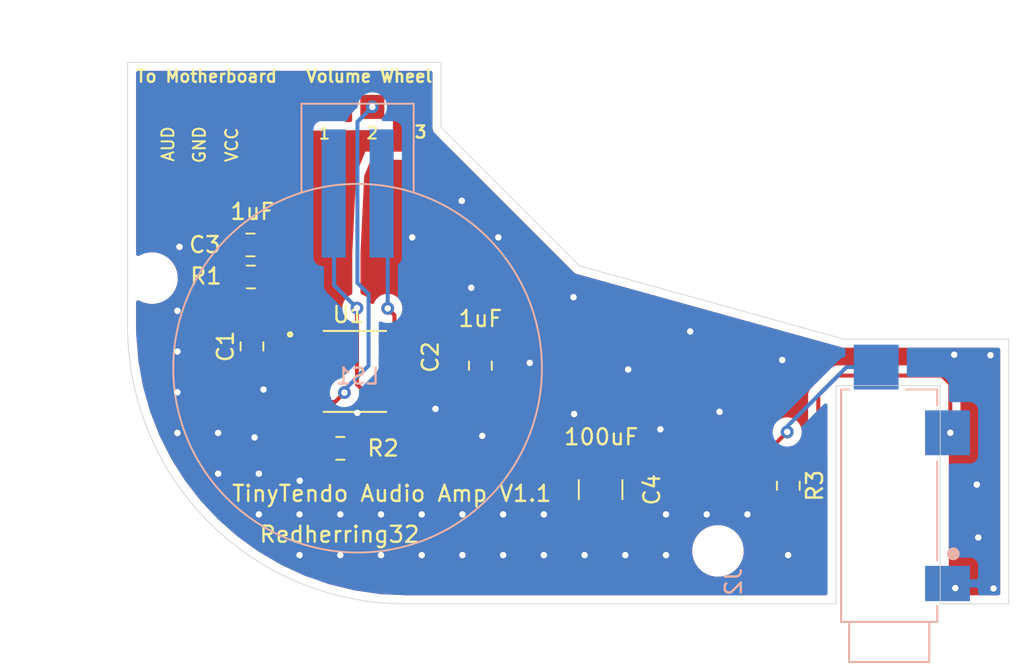
<source format=kicad_pcb>
(kicad_pcb (version 20171130) (host pcbnew "(5.1.10)-1")

  (general
    (thickness 1.6)
    (drawings 23)
    (tracks 128)
    (zones 0)
    (modules 14)
    (nets 12)
  )

  (page A4)
  (layers
    (0 F.Cu signal)
    (31 B.Cu signal)
    (32 B.Adhes user)
    (33 F.Adhes user)
    (34 B.Paste user)
    (35 F.Paste user)
    (36 B.SilkS user)
    (37 F.SilkS user)
    (38 B.Mask user)
    (39 F.Mask user)
    (40 Dwgs.User user)
    (41 Cmts.User user)
    (42 Eco1.User user)
    (43 Eco2.User user)
    (44 Edge.Cuts user)
    (45 Margin user)
    (46 B.CrtYd user)
    (47 F.CrtYd user)
    (48 B.Fab user)
    (49 F.Fab user)
  )

  (setup
    (last_trace_width 0.25)
    (user_trace_width 0.5)
    (trace_clearance 0.2)
    (zone_clearance 0.508)
    (zone_45_only no)
    (trace_min 0.2)
    (via_size 0.8)
    (via_drill 0.4)
    (via_min_size 0.4)
    (via_min_drill 0.3)
    (uvia_size 0.3)
    (uvia_drill 0.1)
    (uvias_allowed no)
    (uvia_min_size 0.2)
    (uvia_min_drill 0.1)
    (edge_width 0.05)
    (segment_width 0.2)
    (pcb_text_width 0.3)
    (pcb_text_size 1.5 1.5)
    (mod_edge_width 0.12)
    (mod_text_size 1 1)
    (mod_text_width 0.15)
    (pad_size 2.8 2.8)
    (pad_drill 0)
    (pad_to_mask_clearance 0.051)
    (solder_mask_min_width 0.25)
    (aux_axis_origin 0 0)
    (visible_elements 7FFFFFFF)
    (pcbplotparams
      (layerselection 0x010fc_ffffffff)
      (usegerberextensions false)
      (usegerberattributes false)
      (usegerberadvancedattributes false)
      (creategerberjobfile false)
      (excludeedgelayer true)
      (linewidth 0.100000)
      (plotframeref false)
      (viasonmask false)
      (mode 1)
      (useauxorigin false)
      (hpglpennumber 1)
      (hpglpenspeed 20)
      (hpglpendiameter 15.000000)
      (psnegative false)
      (psa4output false)
      (plotreference true)
      (plotvalue true)
      (plotinvisibletext false)
      (padsonsilk false)
      (subtractmaskfromsilk false)
      (outputformat 1)
      (mirror false)
      (drillshape 0)
      (scaleselection 1)
      (outputdirectory "../../../Extract for gerbers/AudioAmp2"))
  )

  (net 0 "")
  (net 1 "Net-(C1-Pad2)")
  (net 2 "Net-(C1-Pad1)")
  (net 3 /GND)
  (net 4 "Net-(C2-Pad1)")
  (net 5 "Net-(C4-Pad2)")
  (net 6 "Net-(C4-Pad1)")
  (net 7 "Net-(J2-Pad10)")
  (net 8 "Net-(LS1-Pad2)")
  (net 9 /VDD)
  (net 10 "Net-(R2-Pad2)")
  (net 11 "Net-(RV1-Pad2)")

  (net_class Default "This is the default net class."
    (clearance 0.2)
    (trace_width 0.25)
    (via_dia 0.8)
    (via_drill 0.4)
    (uvia_dia 0.3)
    (uvia_drill 0.1)
    (add_net /GND)
    (add_net /VDD)
    (add_net "Net-(C1-Pad1)")
    (add_net "Net-(C1-Pad2)")
    (add_net "Net-(C2-Pad1)")
    (add_net "Net-(C4-Pad1)")
    (add_net "Net-(C4-Pad2)")
    (add_net "Net-(J2-Pad10)")
    (add_net "Net-(LS1-Pad2)")
    (add_net "Net-(R2-Pad2)")
    (add_net "Net-(RV1-Pad2)")
  )

  (module TinyTendo:CUI_MJ-3523-SMT-Inline (layer F.Cu) (tedit 62F0067A) (tstamp 62F059C2)
    (at 47.51 -9.44 90)
    (fp_text reference J2 (at -8.068 -9.71 270) (layer B.SilkS)
      (effects (font (size 1.001882 1.001882) (thickness 0.15)) (justify mirror))
    )
    (fp_text value MJ-3523-SMT (at -5.876575 -10.057645 270) (layer B.Fab)
      (effects (font (size 1.000622 1.000622) (thickness 0.15)) (justify mirror))
    )
    (fp_circle (center -8.07 4.25) (end -8.27 4.25) (layer B.Fab) (width 0.4))
    (fp_circle (center -6.32 4) (end -6.52 4) (layer B.SilkS) (width 0.4))
    (fp_line (start 4.18 0.9) (end 4.18 3.25) (layer B.CrtYd) (width 0.05))
    (fp_line (start 6.93 0.9) (end 4.18 0.9) (layer B.CrtYd) (width 0.05))
    (fp_line (start 6.93 -2.4) (end 6.93 0.9) (layer B.CrtYd) (width 0.05))
    (fp_line (start 4.18 -2.4) (end 6.93 -2.4) (layer B.CrtYd) (width 0.05))
    (fp_line (start 4.18 -3.25) (end 4.18 -2.4) (layer B.CrtYd) (width 0.05))
    (fp_line (start -10.82 -3.25) (end 4.18 -3.25) (layer B.CrtYd) (width 0.05))
    (fp_line (start -10.82 -2.75) (end -10.82 -3.25) (layer B.CrtYd) (width 0.05))
    (fp_line (start -13.32 -2.75) (end -10.82 -2.75) (layer B.CrtYd) (width 0.05))
    (fp_line (start -13.32 2.75) (end -13.32 -2.75) (layer B.CrtYd) (width 0.05))
    (fp_line (start -10.82 2.75) (end -13.32 2.75) (layer B.CrtYd) (width 0.05))
    (fp_line (start -10.82 3.25) (end -10.82 2.75) (layer B.CrtYd) (width 0.05))
    (fp_line (start -9.57 3.25) (end -10.82 3.25) (layer B.CrtYd) (width 0.05))
    (fp_line (start -9.57 5.35) (end -9.57 3.25) (layer B.CrtYd) (width 0.05))
    (fp_line (start -6.82 5.35) (end -9.57 5.35) (layer B.CrtYd) (width 0.05))
    (fp_line (start -6.82 3.25) (end -6.82 5.35) (layer B.CrtYd) (width 0.05))
    (fp_line (start -0.42 3.25) (end -6.82 3.25) (layer B.CrtYd) (width 0.05))
    (fp_line (start -0.42 5.35) (end -0.42 3.25) (layer B.CrtYd) (width 0.05))
    (fp_line (start 2.93 5.35) (end -0.42 5.35) (layer B.CrtYd) (width 0.05))
    (fp_line (start 2.93 3.25) (end 2.93 5.35) (layer B.CrtYd) (width 0.05))
    (fp_line (start 4.18 3.25) (end 2.93 3.25) (layer B.CrtYd) (width 0.05))
    (fp_line (start -13.07 -2.5) (end -10.57 -2.5) (layer B.SilkS) (width 0.127))
    (fp_line (start -13.07 2.5) (end -13.07 -2.5) (layer B.SilkS) (width 0.127))
    (fp_line (start -10.57 2.5) (end -13.07 2.5) (layer B.SilkS) (width 0.127))
    (fp_line (start -6.72 3) (end -0.57 3) (layer B.SilkS) (width 0.127))
    (fp_line (start -10.57 3) (end -9.57 3) (layer B.SilkS) (width 0.127))
    (fp_line (start -10.57 2.5) (end -10.57 3) (layer B.SilkS) (width 0.127))
    (fp_line (start -10.57 -2.5) (end -10.57 2.5) (layer B.SilkS) (width 0.127))
    (fp_line (start -10.57 -3) (end -10.57 -2.5) (layer B.SilkS) (width 0.127))
    (fp_line (start 3.93 -3) (end -10.57 -3) (layer B.SilkS) (width 0.127))
    (fp_line (start 3.93 -2.5) (end 3.93 -3) (layer B.SilkS) (width 0.127))
    (fp_line (start 3.93 3) (end 3.93 1.05) (layer B.SilkS) (width 0.127))
    (fp_line (start 2.93 3) (end 3.93 3) (layer B.SilkS) (width 0.127))
    (fp_line (start -13.07 -2.5) (end -10.57 -2.5) (layer B.Fab) (width 0.127))
    (fp_line (start -13.07 2.5) (end -13.07 -2.5) (layer B.Fab) (width 0.127))
    (fp_line (start -10.57 2.5) (end -13.07 2.5) (layer B.Fab) (width 0.127))
    (fp_line (start 3.93 3) (end -10.57 3) (layer B.Fab) (width 0.127))
    (fp_line (start 3.93 -3) (end 3.93 3) (layer B.Fab) (width 0.127))
    (fp_line (start -10.57 -3) (end 3.93 -3) (layer B.Fab) (width 0.127))
    (fp_line (start -10.57 -2.5) (end -10.57 -3) (layer B.Fab) (width 0.127))
    (fp_line (start -10.57 2.5) (end -10.57 -2.5) (layer B.Fab) (width 0.127))
    (fp_line (start -10.57 3) (end -10.57 2.5) (layer B.Fab) (width 0.127))
    (pad 10 smd rect (at 5.33 -0.81 90) (size 2.8 2.8) (layers B.Cu B.Paste B.Mask)
      (net 7 "Net-(J2-Pad10)"))
    (pad 2 smd rect (at 1.23 3.64 90) (size 2.8 2.8) (layers B.Cu B.Paste B.Mask)
      (net 5 "Net-(C4-Pad2)"))
    (pad 1 smd rect (at -8.17 3.64 90) (size 2.2 2.8) (layers B.Cu B.Paste B.Mask)
      (net 3 /GND))
    (model ${KIPRJMOD}/CUI_DEVICES_MJ-3523-SMT-TR.step
      (offset (xyz -10.6 0 -1.8))
      (scale (xyz 1 1 1))
      (rotate (xyz -90 0 0))
    )
  )

  (module Capacitor_SMD:C_0805_2012Metric (layer F.Cu) (tedit 5B36C52B) (tstamp 60E73B0C)
    (at 7.67 -22.39 180)
    (descr "Capacitor SMD 0805 (2012 Metric), square (rectangular) end terminal, IPC_7351 nominal, (Body size source: https://docs.google.com/spreadsheets/d/1BsfQQcO9C6DZCsRaXUlFlo91Tg2WpOkGARC1WS5S8t0/edit?usp=sharing), generated with kicad-footprint-generator")
    (tags capacitor)
    (path /60DE749D)
    (attr smd)
    (fp_text reference C3 (at 2.85 0.01) (layer F.SilkS)
      (effects (font (size 1 1) (thickness 0.15)))
    )
    (fp_text value 1uF (at -0.11 2.08) (layer F.SilkS)
      (effects (font (size 1 1) (thickness 0.15)))
    )
    (fp_line (start -1 0.6) (end -1 -0.6) (layer F.Fab) (width 0.1))
    (fp_line (start -1 -0.6) (end 1 -0.6) (layer F.Fab) (width 0.1))
    (fp_line (start 1 -0.6) (end 1 0.6) (layer F.Fab) (width 0.1))
    (fp_line (start 1 0.6) (end -1 0.6) (layer F.Fab) (width 0.1))
    (fp_line (start -0.258578 -0.71) (end 0.258578 -0.71) (layer F.SilkS) (width 0.12))
    (fp_line (start -0.258578 0.71) (end 0.258578 0.71) (layer F.SilkS) (width 0.12))
    (fp_line (start -1.68 0.95) (end -1.68 -0.95) (layer F.CrtYd) (width 0.05))
    (fp_line (start -1.68 -0.95) (end 1.68 -0.95) (layer F.CrtYd) (width 0.05))
    (fp_line (start 1.68 -0.95) (end 1.68 0.95) (layer F.CrtYd) (width 0.05))
    (fp_line (start 1.68 0.95) (end -1.68 0.95) (layer F.CrtYd) (width 0.05))
    (fp_text user %R (at 0 0) (layer F.Fab)
      (effects (font (size 0.8 0.8) (thickness 0.12)))
    )
    (pad 2 smd roundrect (at 0.9375 0 180) (size 0.975 1.4) (layers F.Cu F.Paste F.Mask) (roundrect_rratio 0.25)
      (net 3 /GND))
    (pad 1 smd roundrect (at -0.9375 0 180) (size 0.975 1.4) (layers F.Cu F.Paste F.Mask) (roundrect_rratio 0.25)
      (net 9 /VDD))
    (model ${KISYS3DMOD}/Capacitor_SMD.3dshapes/C_0805_2012Metric.wrl
      (at (xyz 0 0 0))
      (scale (xyz 1 1 1))
      (rotate (xyz 0 0 0))
    )
  )

  (module Capacitor_SMD:C_1210_3225Metric (layer F.Cu) (tedit 5B301BBE) (tstamp 60E73B34)
    (at 29.51 -7.12 270)
    (descr "Capacitor SMD 1210 (3225 Metric), square (rectangular) end terminal, IPC_7351 nominal, (Body size source: http://www.tortai-tech.com/upload/download/2011102023233369053.pdf), generated with kicad-footprint-generator")
    (tags capacitor)
    (path /60DE77AF)
    (attr smd)
    (fp_text reference C4 (at 0 -3.2 90) (layer F.SilkS)
      (effects (font (size 1 1) (thickness 0.15)))
    )
    (fp_text value 100uF (at -3.29 -0.04 180) (layer F.SilkS)
      (effects (font (size 1 1) (thickness 0.15)))
    )
    (fp_line (start -1.6 1.25) (end -1.6 -1.25) (layer F.Fab) (width 0.1))
    (fp_line (start -1.6 -1.25) (end 1.6 -1.25) (layer F.Fab) (width 0.1))
    (fp_line (start 1.6 -1.25) (end 1.6 1.25) (layer F.Fab) (width 0.1))
    (fp_line (start 1.6 1.25) (end -1.6 1.25) (layer F.Fab) (width 0.1))
    (fp_line (start -0.602064 -1.36) (end 0.602064 -1.36) (layer F.SilkS) (width 0.12))
    (fp_line (start -0.602064 1.36) (end 0.602064 1.36) (layer F.SilkS) (width 0.12))
    (fp_line (start -2.28 1.58) (end -2.28 -1.58) (layer F.CrtYd) (width 0.05))
    (fp_line (start -2.28 -1.58) (end 2.28 -1.58) (layer F.CrtYd) (width 0.05))
    (fp_line (start 2.28 -1.58) (end 2.28 1.58) (layer F.CrtYd) (width 0.05))
    (fp_line (start 2.28 1.58) (end -2.28 1.58) (layer F.CrtYd) (width 0.05))
    (fp_text user %R (at 0 0 90) (layer F.Fab)
      (effects (font (size 0.8 0.8) (thickness 0.12)))
    )
    (pad 2 smd roundrect (at 1.4 0 270) (size 1.25 2.65) (layers F.Cu F.Paste F.Mask) (roundrect_rratio 0.2)
      (net 5 "Net-(C4-Pad2)"))
    (pad 1 smd roundrect (at -1.4 0 270) (size 1.25 2.65) (layers F.Cu F.Paste F.Mask) (roundrect_rratio 0.2)
      (net 6 "Net-(C4-Pad1)"))
    (model ${KISYS3DMOD}/Capacitor_SMD.3dshapes/C_1210_3225Metric.wrl
      (at (xyz 0 0 0))
      (scale (xyz 1 1 1))
      (rotate (xyz 0 0 0))
    )
  )

  (module Capacitor_SMD:C_0805_2012Metric (layer F.Cu) (tedit 5B36C52B) (tstamp 60E73AE4)
    (at 22.01 -14.86 270)
    (descr "Capacitor SMD 0805 (2012 Metric), square (rectangular) end terminal, IPC_7351 nominal, (Body size source: https://docs.google.com/spreadsheets/d/1BsfQQcO9C6DZCsRaXUlFlo91Tg2WpOkGARC1WS5S8t0/edit?usp=sharing), generated with kicad-footprint-generator")
    (tags capacitor)
    (path /60DE7025)
    (attr smd)
    (fp_text reference C2 (at -0.53 3.12 90) (layer F.SilkS)
      (effects (font (size 1 1) (thickness 0.15)))
    )
    (fp_text value 1uF (at -2.93 0 180) (layer F.SilkS)
      (effects (font (size 1 1) (thickness 0.15)))
    )
    (fp_line (start -1 0.6) (end -1 -0.6) (layer F.Fab) (width 0.1))
    (fp_line (start -1 -0.6) (end 1 -0.6) (layer F.Fab) (width 0.1))
    (fp_line (start 1 -0.6) (end 1 0.6) (layer F.Fab) (width 0.1))
    (fp_line (start 1 0.6) (end -1 0.6) (layer F.Fab) (width 0.1))
    (fp_line (start -0.258578 -0.71) (end 0.258578 -0.71) (layer F.SilkS) (width 0.12))
    (fp_line (start -0.258578 0.71) (end 0.258578 0.71) (layer F.SilkS) (width 0.12))
    (fp_line (start -1.68 0.95) (end -1.68 -0.95) (layer F.CrtYd) (width 0.05))
    (fp_line (start -1.68 -0.95) (end 1.68 -0.95) (layer F.CrtYd) (width 0.05))
    (fp_line (start 1.68 -0.95) (end 1.68 0.95) (layer F.CrtYd) (width 0.05))
    (fp_line (start 1.68 0.95) (end -1.68 0.95) (layer F.CrtYd) (width 0.05))
    (fp_text user %R (at 0 0 90) (layer F.Fab)
      (effects (font (size 0.8 0.8) (thickness 0.12)))
    )
    (pad 2 smd roundrect (at 0.9375 0 270) (size 0.975 1.4) (layers F.Cu F.Paste F.Mask) (roundrect_rratio 0.25)
      (net 3 /GND))
    (pad 1 smd roundrect (at -0.9375 0 270) (size 0.975 1.4) (layers F.Cu F.Paste F.Mask) (roundrect_rratio 0.25)
      (net 4 "Net-(C2-Pad1)"))
    (model ${KISYS3DMOD}/Capacitor_SMD.3dshapes/C_0805_2012Metric.wrl
      (at (xyz 0 0 0))
      (scale (xyz 1 1 1))
      (rotate (xyz 0 0 0))
    )
  )

  (module TinyTendo-Audio-Amp:AUD-IN (layer F.Cu) (tedit 61F5CD1B) (tstamp 60E73B3A)
    (at 2.5 -31)
    (path /60DEBF76)
    (fp_text reference J1 (at -4.35 1.42) (layer F.SilkS) hide
      (effects (font (size 1 1) (thickness 0.15)))
    )
    (fp_text value Conn_Coaxial (at 0 -0.5) (layer F.Fab)
      (effects (font (size 1 1) (thickness 0.15)))
    )
    (pad 3 smd rect (at 4 0) (size 1.5 1.5) (layers F.Cu F.Paste F.Mask)
      (net 9 /VDD))
    (pad 2 smd rect (at 2 0) (size 1.5 1.5) (layers F.Cu F.Paste F.Mask)
      (net 3 /GND))
    (pad 1 smd rect (at 0 0) (size 1.5 1.5) (layers F.Cu F.Paste F.Mask)
      (net 1 "Net-(C1-Pad2)"))
  )

  (module TinyTendo-Audio-Amp:VolPot (layer F.Cu) (tedit 61F5C8F4) (tstamp 60E73BB3)
    (at 18.27 -31 180)
    (path /60DE5FCC)
    (fp_text reference "Volume Wheel" (at 3.2 1.91) (layer F.SilkS)
      (effects (font (size 0.75 0.75) (thickness 0.15)))
    )
    (fp_text value 10K (at 4.19 4.05) (layer F.Fab)
      (effects (font (size 1 1) (thickness 0.15)))
    )
    (pad 3 smd rect (at 6 0 180) (size 1.5 1.5) (layers F.Cu F.Paste F.Mask)
      (net 3 /GND))
    (pad 2 smd rect (at 3 0 180) (size 1.5 1.5) (layers F.Cu F.Paste F.Mask)
      (net 11 "Net-(RV1-Pad2)"))
    (pad 1 smd rect (at 0 0 180) (size 1.5 1.5) (layers F.Cu F.Paste F.Mask)
      (net 9 /VDD))
  )

  (module TinyTendo-Audio-Amp:Speaker (layer F.Cu) (tedit 61F5C63E) (tstamp 60E73B79)
    (at 14.35 -14.7)
    (path /60DE909D)
    (fp_text reference LS1 (at 0 0.5) (layer B.SilkS)
      (effects (font (size 1 1) (thickness 0.15)) (justify mirror))
    )
    (fp_text value Speaker (at 0 -0.5) (layer F.Fab)
      (effects (font (size 1 1) (thickness 0.15)))
    )
    (fp_circle (center 0 0) (end 11.5 0) (layer B.SilkS) (width 0.12))
    (fp_line (start 0 -16.5) (end 3.5 -16.5) (layer B.SilkS) (width 0.12))
    (fp_line (start 3.5 -16.5) (end 3.5 -11) (layer B.SilkS) (width 0.12))
    (fp_line (start 0 -16.5) (end -3.5 -16.5) (layer B.SilkS) (width 0.12))
    (fp_line (start -3.5 -16.5) (end -3.5 -11) (layer B.SilkS) (width 0.12))
    (pad 2 smd rect (at 1.5 -10.9) (size 1.5 8) (layers B.Cu B.Paste B.Mask)
      (net 8 "Net-(LS1-Pad2)"))
    (pad 1 smd rect (at -1.49 -10.9) (size 1.5 8) (layers B.Cu B.Paste B.Mask)
      (net 6 "Net-(C4-Pad1)"))
  )

  (module MountingHole:MountingHole_2.2mm_M2 (layer F.Cu) (tedit 56D1B4CB) (tstamp 60E7780D)
    (at 36.83 -3.302)
    (descr "Mounting Hole 2.2mm, no annular, M2")
    (tags "mounting hole 2.2mm no annular m2")
    (attr virtual)
    (fp_text reference " " (at 0 -3.2) (layer F.SilkS)
      (effects (font (size 1 1) (thickness 0.15)))
    )
    (fp_text value MountingHole_2.2mm_M2 (at 0 3.2) (layer F.Fab)
      (effects (font (size 1 1) (thickness 0.15)))
    )
    (fp_circle (center 0 0) (end 2.2 0) (layer Cmts.User) (width 0.15))
    (fp_circle (center 0 0) (end 2.45 0) (layer F.CrtYd) (width 0.05))
    (fp_text user %R (at 0.3 0) (layer F.Fab)
      (effects (font (size 1 1) (thickness 0.15)))
    )
    (pad 1 np_thru_hole circle (at 0 0) (size 2.2 2.2) (drill 2.2) (layers *.Cu *.Mask))
  )

  (module MountingHole:MountingHole_2.2mm_M2 (layer F.Cu) (tedit 56D1B4CB) (tstamp 60E777F0)
    (at 1.524 -20.32)
    (descr "Mounting Hole 2.2mm, no annular, M2")
    (tags "mounting hole 2.2mm no annular m2")
    (attr virtual)
    (fp_text reference " " (at 0 -3.2) (layer F.SilkS)
      (effects (font (size 1 1) (thickness 0.15)))
    )
    (fp_text value MountingHole_2.2mm_M2 (at 0 3.2) (layer F.Fab)
      (effects (font (size 1 1) (thickness 0.15)))
    )
    (fp_circle (center 0 0) (end 2.2 0) (layer Cmts.User) (width 0.15))
    (fp_circle (center 0 0) (end 2.45 0) (layer F.CrtYd) (width 0.05))
    (fp_text user %R (at 0.3 0) (layer F.Fab)
      (effects (font (size 1 1) (thickness 0.15)))
    )
    (pad 1 np_thru_hole circle (at 0 0) (size 2.2 2.2) (drill 2.2) (layers *.Cu *.Mask))
  )

  (module Resistor_SMD:R_0805_2012Metric (layer F.Cu) (tedit 5B36C52B) (tstamp 60E73B9B)
    (at 13.2725 -9.7 180)
    (descr "Resistor SMD 0805 (2012 Metric), square (rectangular) end terminal, IPC_7351 nominal, (Body size source: https://docs.google.com/spreadsheets/d/1BsfQQcO9C6DZCsRaXUlFlo91Tg2WpOkGARC1WS5S8t0/edit?usp=sharing), generated with kicad-footprint-generator")
    (tags resistor)
    (path /60DE8AF7)
    (attr smd)
    (fp_text reference R2 (at -2.6675 0.01) (layer F.SilkS)
      (effects (font (size 1 1) (thickness 0.15)))
    )
    (fp_text value 100K (at 0 1.65) (layer F.Fab)
      (effects (font (size 1 1) (thickness 0.15)))
    )
    (fp_line (start -1 0.6) (end -1 -0.6) (layer F.Fab) (width 0.1))
    (fp_line (start -1 -0.6) (end 1 -0.6) (layer F.Fab) (width 0.1))
    (fp_line (start 1 -0.6) (end 1 0.6) (layer F.Fab) (width 0.1))
    (fp_line (start 1 0.6) (end -1 0.6) (layer F.Fab) (width 0.1))
    (fp_line (start -0.258578 -0.71) (end 0.258578 -0.71) (layer F.SilkS) (width 0.12))
    (fp_line (start -0.258578 0.71) (end 0.258578 0.71) (layer F.SilkS) (width 0.12))
    (fp_line (start -1.68 0.95) (end -1.68 -0.95) (layer F.CrtYd) (width 0.05))
    (fp_line (start -1.68 -0.95) (end 1.68 -0.95) (layer F.CrtYd) (width 0.05))
    (fp_line (start 1.68 -0.95) (end 1.68 0.95) (layer F.CrtYd) (width 0.05))
    (fp_line (start 1.68 0.95) (end -1.68 0.95) (layer F.CrtYd) (width 0.05))
    (fp_text user %R (at 0 0) (layer F.Fab)
      (effects (font (size 0.5 0.5) (thickness 0.08)))
    )
    (pad 2 smd roundrect (at 0.9375 0 180) (size 0.975 1.4) (layers F.Cu F.Paste F.Mask) (roundrect_rratio 0.25)
      (net 10 "Net-(R2-Pad2)"))
    (pad 1 smd roundrect (at -0.9375 0 180) (size 0.975 1.4) (layers F.Cu F.Paste F.Mask) (roundrect_rratio 0.25)
      (net 7 "Net-(J2-Pad10)"))
    (model ${KISYS3DMOD}/Resistor_SMD.3dshapes/R_0805_2012Metric.wrl
      (at (xyz 0 0 0))
      (scale (xyz 1 1 1))
      (rotate (xyz 0 0 0))
    )
  )

  (module AudioAmp:SOIC127P599X175-8N (layer F.Cu) (tedit 60DE4952) (tstamp 60E73BCB)
    (at 14.18 -14.5)
    (path /60DFD917)
    (fp_text reference U1 (at -0.385 -3.537) (layer F.SilkS)
      (effects (font (size 1 1) (thickness 0.15)))
    )
    (fp_text value LM4865M (at 7.87 3.537) (layer F.Fab)
      (effects (font (size 1 1) (thickness 0.15)))
    )
    (fp_circle (center -4.04 -2.305) (end -3.94 -2.305) (layer F.SilkS) (width 0.2))
    (fp_circle (center -4.04 -2.305) (end -3.94 -2.305) (layer F.Fab) (width 0.2))
    (fp_line (start -1.95 -2.4525) (end 1.95 -2.4525) (layer F.Fab) (width 0.127))
    (fp_line (start -1.95 2.4525) (end 1.95 2.4525) (layer F.Fab) (width 0.127))
    (fp_line (start -1.95 -2.525) (end 1.95 -2.525) (layer F.SilkS) (width 0.127))
    (fp_line (start -1.95 2.525) (end 1.95 2.525) (layer F.SilkS) (width 0.127))
    (fp_line (start -1.95 -2.4525) (end -1.95 2.4525) (layer F.Fab) (width 0.127))
    (fp_line (start 1.95 -2.4525) (end 1.95 2.4525) (layer F.Fab) (width 0.127))
    (fp_line (start -3.705 -2.7025) (end 3.705 -2.7025) (layer F.CrtYd) (width 0.05))
    (fp_line (start -3.705 2.7025) (end 3.705 2.7025) (layer F.CrtYd) (width 0.05))
    (fp_line (start -3.705 -2.7025) (end -3.705 2.7025) (layer F.CrtYd) (width 0.05))
    (fp_line (start 3.705 -2.7025) (end 3.705 2.7025) (layer F.CrtYd) (width 0.05))
    (pad 8 smd rect (at 2.47 -1.905) (size 1.97 0.6) (layers F.Cu F.Paste F.Mask)
      (net 8 "Net-(LS1-Pad2)"))
    (pad 7 smd rect (at 2.47 -0.635) (size 1.97 0.6) (layers F.Cu F.Paste F.Mask)
      (net 4 "Net-(C2-Pad1)"))
    (pad 6 smd rect (at 2.47 0.635) (size 1.97 0.6) (layers F.Cu F.Paste F.Mask)
      (net 3 /GND))
    (pad 5 smd rect (at 2.47 1.905) (size 1.97 0.6) (layers F.Cu F.Paste F.Mask)
      (net 6 "Net-(C4-Pad1)"))
    (pad 4 smd rect (at -2.47 1.905) (size 1.97 0.6) (layers F.Cu F.Paste F.Mask)
      (net 11 "Net-(RV1-Pad2)"))
    (pad 3 smd rect (at -2.47 0.635) (size 1.97 0.6) (layers F.Cu F.Paste F.Mask)
      (net 10 "Net-(R2-Pad2)"))
    (pad 2 smd rect (at -2.47 -0.635) (size 1.97 0.6) (layers F.Cu F.Paste F.Mask)
      (net 2 "Net-(C1-Pad1)"))
    (pad 1 smd rect (at -2.47 -1.905) (size 1.97 0.6) (layers F.Cu F.Paste F.Mask)
      (net 9 /VDD))
    (model ${KISYS3DMOD}/Package_SO.3dshapes/SOIC-8_3.9x4.9mm_P1.27mm.step
      (at (xyz 0 0 0))
      (scale (xyz 1 1 1))
      (rotate (xyz 0 0 0))
    )
  )

  (module Resistor_SMD:R_0805_2012Metric (layer F.Cu) (tedit 61BB7594) (tstamp 60E73BAC)
    (at 41.22 -7.37 270)
    (descr "Resistor SMD 0805 (2012 Metric), square (rectangular) end terminal, IPC_7351 nominal, (Body size source: https://docs.google.com/spreadsheets/d/1BsfQQcO9C6DZCsRaXUlFlo91Tg2WpOkGARC1WS5S8t0/edit?usp=sharing), generated with kicad-footprint-generator")
    (tags resistor)
    (path /60DE8E1B)
    (attr smd)
    (fp_text reference R3 (at 0 -1.65 90) (layer F.SilkS)
      (effects (font (size 1 1) (thickness 0.15)))
    )
    (fp_text value 150R (at 0 1.65 90) (layer F.Fab)
      (effects (font (size 1 1) (thickness 0.15)))
    )
    (fp_line (start -1 0.6) (end -1 -0.6) (layer F.Fab) (width 0.1))
    (fp_line (start -1 -0.6) (end 1 -0.6) (layer F.Fab) (width 0.1))
    (fp_line (start 1 -0.6) (end 1 0.6) (layer F.Fab) (width 0.1))
    (fp_line (start 1 0.6) (end -1 0.6) (layer F.Fab) (width 0.1))
    (fp_line (start -0.258578 -0.71) (end 0.258578 -0.71) (layer F.SilkS) (width 0.12))
    (fp_line (start -0.258578 0.71) (end 0.258578 0.71) (layer F.SilkS) (width 0.12))
    (fp_line (start -1.68 0.95) (end -1.68 -0.95) (layer F.CrtYd) (width 0.05))
    (fp_line (start -1.68 -0.95) (end 1.68 -0.95) (layer F.CrtYd) (width 0.05))
    (fp_line (start 1.68 -0.95) (end 1.68 0.95) (layer F.CrtYd) (width 0.05))
    (fp_line (start 1.68 0.95) (end -1.68 0.95) (layer F.CrtYd) (width 0.05))
    (fp_text user %R (at 0 0 90) (layer F.Fab)
      (effects (font (size 0.5 0.5) (thickness 0.08)))
    )
    (pad 2 smd roundrect (at 0.9375 0 270) (size 0.975 1.4) (layers F.Cu F.Paste F.Mask) (roundrect_rratio 0.25)
      (net 3 /GND))
    (pad 1 smd roundrect (at -0.9375 0 270) (size 0.975 1.4) (layers F.Cu F.Paste F.Mask) (roundrect_rratio 0.25)
      (net 5 "Net-(C4-Pad2)"))
    (model ${KISYS3DMOD}/Resistor_SMD.3dshapes/R_0805_2012Metric.wrl
      (at (xyz 0 0 0))
      (scale (xyz 1 1 1))
      (rotate (xyz 0 0 0))
    )
  )

  (module Resistor_SMD:R_0805_2012Metric (layer F.Cu) (tedit 5B36C52B) (tstamp 60E73B8A)
    (at 7.69 -20.39 180)
    (descr "Resistor SMD 0805 (2012 Metric), square (rectangular) end terminal, IPC_7351 nominal, (Body size source: https://docs.google.com/spreadsheets/d/1BsfQQcO9C6DZCsRaXUlFlo91Tg2WpOkGARC1WS5S8t0/edit?usp=sharing), generated with kicad-footprint-generator")
    (tags resistor)
    (path /60DE86CF)
    (attr smd)
    (fp_text reference R1 (at 2.8 0.05) (layer F.SilkS)
      (effects (font (size 1 1) (thickness 0.15)))
    )
    (fp_text value 100K (at 0 1.65) (layer F.Fab)
      (effects (font (size 1 1) (thickness 0.15)))
    )
    (fp_line (start -1 0.6) (end -1 -0.6) (layer F.Fab) (width 0.1))
    (fp_line (start -1 -0.6) (end 1 -0.6) (layer F.Fab) (width 0.1))
    (fp_line (start 1 -0.6) (end 1 0.6) (layer F.Fab) (width 0.1))
    (fp_line (start 1 0.6) (end -1 0.6) (layer F.Fab) (width 0.1))
    (fp_line (start -0.258578 -0.71) (end 0.258578 -0.71) (layer F.SilkS) (width 0.12))
    (fp_line (start -0.258578 0.71) (end 0.258578 0.71) (layer F.SilkS) (width 0.12))
    (fp_line (start -1.68 0.95) (end -1.68 -0.95) (layer F.CrtYd) (width 0.05))
    (fp_line (start -1.68 -0.95) (end 1.68 -0.95) (layer F.CrtYd) (width 0.05))
    (fp_line (start 1.68 -0.95) (end 1.68 0.95) (layer F.CrtYd) (width 0.05))
    (fp_line (start 1.68 0.95) (end -1.68 0.95) (layer F.CrtYd) (width 0.05))
    (fp_text user %R (at 0 0) (layer F.Fab)
      (effects (font (size 0.5 0.5) (thickness 0.08)))
    )
    (pad 2 smd roundrect (at 0.9375 0 180) (size 0.975 1.4) (layers F.Cu F.Paste F.Mask) (roundrect_rratio 0.25)
      (net 7 "Net-(J2-Pad10)"))
    (pad 1 smd roundrect (at -0.9375 0 180) (size 0.975 1.4) (layers F.Cu F.Paste F.Mask) (roundrect_rratio 0.25)
      (net 9 /VDD))
    (model ${KISYS3DMOD}/Resistor_SMD.3dshapes/R_0805_2012Metric.wrl
      (at (xyz 0 0 0))
      (scale (xyz 1 1 1))
      (rotate (xyz 0 0 0))
    )
  )

  (module Capacitor_SMD:C_0805_2012Metric (layer F.Cu) (tedit 5B36C52B) (tstamp 60E73ABC)
    (at 7.76 -16.06 90)
    (descr "Capacitor SMD 0805 (2012 Metric), square (rectangular) end terminal, IPC_7351 nominal, (Body size source: https://docs.google.com/spreadsheets/d/1BsfQQcO9C6DZCsRaXUlFlo91Tg2WpOkGARC1WS5S8t0/edit?usp=sharing), generated with kicad-footprint-generator")
    (tags capacitor)
    (path /60DE5225)
    (attr smd)
    (fp_text reference C1 (at 0 -1.65 90) (layer F.SilkS)
      (effects (font (size 1 1) (thickness 0.15)))
    )
    (fp_text value 0.22uF (at 0 1.65 90) (layer F.Fab)
      (effects (font (size 1 1) (thickness 0.15)))
    )
    (fp_line (start -1 0.6) (end -1 -0.6) (layer F.Fab) (width 0.1))
    (fp_line (start -1 -0.6) (end 1 -0.6) (layer F.Fab) (width 0.1))
    (fp_line (start 1 -0.6) (end 1 0.6) (layer F.Fab) (width 0.1))
    (fp_line (start 1 0.6) (end -1 0.6) (layer F.Fab) (width 0.1))
    (fp_line (start -0.258578 -0.71) (end 0.258578 -0.71) (layer F.SilkS) (width 0.12))
    (fp_line (start -0.258578 0.71) (end 0.258578 0.71) (layer F.SilkS) (width 0.12))
    (fp_line (start -1.68 0.95) (end -1.68 -0.95) (layer F.CrtYd) (width 0.05))
    (fp_line (start -1.68 -0.95) (end 1.68 -0.95) (layer F.CrtYd) (width 0.05))
    (fp_line (start 1.68 -0.95) (end 1.68 0.95) (layer F.CrtYd) (width 0.05))
    (fp_line (start 1.68 0.95) (end -1.68 0.95) (layer F.CrtYd) (width 0.05))
    (fp_text user %R (at 0 0 90) (layer F.Fab)
      (effects (font (size 0.5 0.5) (thickness 0.08)))
    )
    (pad 2 smd roundrect (at 0.9375 0 90) (size 0.975 1.4) (layers F.Cu F.Paste F.Mask) (roundrect_rratio 0.25)
      (net 1 "Net-(C1-Pad2)"))
    (pad 1 smd roundrect (at -0.9375 0 90) (size 0.975 1.4) (layers F.Cu F.Paste F.Mask) (roundrect_rratio 0.25)
      (net 2 "Net-(C1-Pad1)"))
    (model ${KISYS3DMOD}/Capacitor_SMD.3dshapes/C_0805_2012Metric.wrl
      (at (xyz 0 0 0))
      (scale (xyz 1 1 1))
      (rotate (xyz 0 0 0))
    )
  )

  (gr_line (start 44.2 0) (end 17.35 0.000001) (layer Edge.Cuts) (width 0.05) (tstamp 62F0046B))
  (gr_line (start 50.7 0) (end 54.97 0) (layer Edge.Cuts) (width 0.05) (tstamp 62F00468))
  (gr_line (start 50.7 -13.62) (end 50.7 0) (layer Edge.Cuts) (width 0.05))
  (gr_line (start 44.2 -13.62) (end 50.7 -13.62) (layer Edge.Cuts) (width 0.05))
  (gr_line (start 44.2 0) (end 44.2 -13.62) (layer Edge.Cuts) (width 0.05))
  (gr_line (start 28.194 -21.082) (end 44.704 -16.51) (layer Edge.Cuts) (width 0.05) (tstamp 62F00431))
  (gr_text "Volume Wheel" (at 15.07 -32.91) (layer F.SilkS)
    (effects (font (size 0.75 0.75) (thickness 0.15)))
  )
  (gr_text "To Motherboard\n" (at 4.93 -32.91) (layer F.SilkS)
    (effects (font (size 0.75 0.75) (thickness 0.15)))
  )
  (gr_text Redherring32 (at 13.22 -4.33) (layer F.SilkS)
    (effects (font (size 1 1) (thickness 0.15)))
  )
  (gr_text "TinyTendo Audio Amp V1.1\n" (at 16.48 -6.88) (layer F.SilkS)
    (effects (font (size 1 1) (thickness 0.15)))
  )
  (gr_text "VCC\n" (at 6.5 -28.64 90) (layer F.SilkS) (tstamp 61F62600)
    (effects (font (size 0.75 0.75) (thickness 0.125)))
  )
  (gr_text 2 (at 15.27 -29.37) (layer F.SilkS) (tstamp 61F61CBD)
    (effects (font (size 0.75 0.75) (thickness 0.125)))
  )
  (gr_text 3 (at 18.28 -29.43) (layer F.SilkS)
    (effects (font (size 0.75 0.75) (thickness 0.15)))
  )
  (gr_text 1 (at 12.28 -29.36) (layer F.SilkS) (tstamp 613BA6E9)
    (effects (font (size 0.75 0.75) (thickness 0.125)))
  )
  (gr_text GND (at 4.48 -28.64 90) (layer F.SilkS)
    (effects (font (size 0.75 0.75) (thickness 0.125)))
  )
  (gr_text AUD (at 2.52 -28.69 90) (layer F.SilkS)
    (effects (font (size 0.75 0.75) (thickness 0.125)))
  )
  (gr_line (start 0 -33.782) (end -0.000001 -17.35) (layer Edge.Cuts) (width 0.05) (tstamp 60F4FD52))
  (gr_line (start 19.558 -33.782) (end 0 -33.782) (layer Edge.Cuts) (width 0.05))
  (gr_line (start 19.558 -29.718) (end 19.558 -33.782) (layer Edge.Cuts) (width 0.05))
  (gr_line (start 28.194 -21.082) (end 19.558 -29.718) (layer Edge.Cuts) (width 0.05))
  (gr_line (start 54.97 -16.51) (end 54.97 0) (layer Edge.Cuts) (width 0.05) (tstamp 60E77A09))
  (gr_line (start 44.704 -16.51) (end 54.97 -16.51) (layer Edge.Cuts) (width 0.05))
  (gr_arc (start 17.35 -17.35) (end -0.000001 -17.35) (angle -90) (layer Edge.Cuts) (width 0.05))

  (segment (start 1.97 -30.97) (end 2 -31) (width 0.25) (layer F.Cu) (net 1))
  (segment (start 2.5 -31) (end 2.5 -28.92) (width 0.25) (layer F.Cu) (net 1))
  (segment (start 7.76 -23.66) (end 2.79 -28.63) (width 0.25) (layer F.Cu) (net 1))
  (segment (start 7.76 -16.9975) (end 7.76 -23.66) (width 0.25) (layer F.Cu) (net 1))
  (segment (start 2.5 -28.92) (end 2.79 -28.63) (width 0.25) (layer F.Cu) (net 1))
  (segment (start 11.6975 -15.1225) (end 11.71 -15.135) (width 0.25) (layer F.Cu) (net 2))
  (segment (start 7.76 -15.1225) (end 11.6975 -15.1225) (width 0.25) (layer F.Cu) (net 2))
  (via (at 51.64 -0.98) (size 0.8) (drill 0.4) (layers F.Cu B.Cu) (net 3))
  (via (at 3.11 -18.28) (size 0.8) (drill 0.4) (layers F.Cu B.Cu) (net 3) (tstamp 613B9670))
  (via (at 3.11 -15.74) (size 0.8) (drill 0.4) (layers F.Cu B.Cu) (net 3) (tstamp 613B96AC))
  (via (at 3.11 -13.2) (size 0.8) (drill 0.4) (layers F.Cu B.Cu) (net 3) (tstamp 613B96E8))
  (via (at 8.48 -13.37) (size 0.8) (drill 0.4) (layers F.Cu B.Cu) (net 3) (tstamp 613B96EC))
  (via (at 3.11 -10.66) (size 0.8) (drill 0.4) (layers F.Cu B.Cu) (net 3) (tstamp 613B9724))
  (via (at 5.65 -10.66) (size 0.8) (drill 0.4) (layers F.Cu B.Cu) (net 3) (tstamp 613B9726))
  (via (at 7.92 -10.38) (size 0.8) (drill 0.4) (layers F.Cu B.Cu) (net 3) (tstamp 613B9728))
  (via (at 14.33 -11.91) (size 0.8) (drill 0.4) (layers F.Cu B.Cu) (net 3) (tstamp 613B972E))
  (via (at 5.65 -8.12) (size 0.8) (drill 0.4) (layers F.Cu B.Cu) (net 3) (tstamp 613B9762))
  (via (at 8.19 -8.12) (size 0.8) (drill 0.4) (layers F.Cu B.Cu) (net 3) (tstamp 613B9764))
  (via (at 10.74 -7.68) (size 0.8) (drill 0.4) (layers F.Cu B.Cu) (net 3) (tstamp 613B9766))
  (via (at 53.83 -15.51) (size 0.8) (drill 0.4) (layers F.Cu B.Cu) (net 3) (tstamp 613B9786))
  (via (at 8.19 -5.58) (size 0.8) (drill 0.4) (layers F.Cu B.Cu) (net 3) (tstamp 613B97A0))
  (via (at 10.73 -5.58) (size 0.8) (drill 0.4) (layers F.Cu B.Cu) (net 3) (tstamp 613B97A2))
  (via (at 13.27 -5.58) (size 0.8) (drill 0.4) (layers F.Cu B.Cu) (net 3) (tstamp 613B97A4))
  (via (at 15.81 -5.58) (size 0.8) (drill 0.4) (layers F.Cu B.Cu) (net 3) (tstamp 613B97A6))
  (via (at 18.35 -5.58) (size 0.8) (drill 0.4) (layers F.Cu B.Cu) (net 3) (tstamp 613B97A8))
  (via (at 20.89 -5.58) (size 0.8) (drill 0.4) (layers F.Cu B.Cu) (net 3) (tstamp 613B97AA))
  (via (at 23.43 -5.58) (size 0.8) (drill 0.4) (layers F.Cu B.Cu) (net 3) (tstamp 613B97AC))
  (via (at 25.97 -5.58) (size 0.8) (drill 0.4) (layers F.Cu B.Cu) (net 3) (tstamp 613B97AE))
  (via (at 33.59 -5.58) (size 0.8) (drill 0.4) (layers F.Cu B.Cu) (net 3) (tstamp 613B97B4))
  (via (at 36.13 -5.58) (size 0.8) (drill 0.4) (layers F.Cu B.Cu) (net 3) (tstamp 613B97B6))
  (via (at 38.67 -5.58) (size 0.8) (drill 0.4) (layers F.Cu B.Cu) (net 3) (tstamp 613B97B8))
  (via (at 51.57 -15.54) (size 0.8) (drill 0.4) (layers F.Cu B.Cu) (net 3) (tstamp 613B97C2))
  (via (at 10.73 -3.04) (size 0.8) (drill 0.4) (layers F.Cu B.Cu) (net 3) (tstamp 613B97DE))
  (via (at 13.27 -3.04) (size 0.8) (drill 0.4) (layers F.Cu B.Cu) (net 3) (tstamp 613B97E0))
  (via (at 15.81 -3.04) (size 0.8) (drill 0.4) (layers F.Cu B.Cu) (net 3) (tstamp 613B97E2))
  (via (at 18.35 -3.04) (size 0.8) (drill 0.4) (layers F.Cu B.Cu) (net 3) (tstamp 613B97E4))
  (via (at 20.89 -3.04) (size 0.8) (drill 0.4) (layers F.Cu B.Cu) (net 3) (tstamp 613B97E6))
  (via (at 23.43 -3.04) (size 0.8) (drill 0.4) (layers F.Cu B.Cu) (net 3) (tstamp 613B97E8))
  (via (at 25.97 -3.04) (size 0.8) (drill 0.4) (layers F.Cu B.Cu) (net 3) (tstamp 613B97EA))
  (via (at 28.51 -3.04) (size 0.8) (drill 0.4) (layers F.Cu B.Cu) (net 3) (tstamp 613B97EC))
  (via (at 31.05 -3.04) (size 0.8) (drill 0.4) (layers F.Cu B.Cu) (net 3) (tstamp 613B97EE))
  (via (at 33.59 -3.04) (size 0.8) (drill 0.4) (layers F.Cu B.Cu) (net 3) (tstamp 613B97F0))
  (via (at 41.21 -3.04) (size 0.8) (drill 0.4) (layers F.Cu B.Cu) (net 3) (tstamp 613B97F6))
  (via (at 3.24 -22.27) (size 0.8) (drill 0.4) (layers F.Cu B.Cu) (net 3) (tstamp 613B95F8))
  (via (at 54.02 -0.96) (size 0.8) (drill 0.4) (layers F.Cu B.Cu) (net 3))
  (via (at 52.98 -7.44) (size 0.8) (drill 0.4) (layers F.Cu B.Cu) (net 3))
  (via (at 53.07 -4.14) (size 0.8) (drill 0.4) (layers F.Cu B.Cu) (net 3))
  (via (at 40.84 -15.21) (size 0.8) (drill 0.4) (layers F.Cu B.Cu) (net 3))
  (via (at 35.1 -16.99) (size 0.8) (drill 0.4) (layers F.Cu B.Cu) (net 3))
  (via (at 27.82 -19.13) (size 0.8) (drill 0.4) (layers F.Cu B.Cu) (net 3))
  (via (at 23.13 -22.86) (size 0.8) (drill 0.4) (layers F.Cu B.Cu) (net 3))
  (via (at 20.85 -25.14) (size 0.8) (drill 0.4) (layers F.Cu B.Cu) (net 3))
  (via (at 36.93 -11.98) (size 0.8) (drill 0.4) (layers F.Cu B.Cu) (net 3))
  (via (at 33.24 -10.89) (size 0.8) (drill 0.4) (layers F.Cu B.Cu) (net 3))
  (via (at 27.86 -11.84) (size 0.8) (drill 0.4) (layers F.Cu B.Cu) (net 3))
  (via (at 22.13 -10.48) (size 0.8) (drill 0.4) (layers F.Cu B.Cu) (net 3))
  (via (at 19.21 -12.16) (size 0.8) (drill 0.4) (layers F.Cu B.Cu) (net 3))
  (via (at 25.09 -15.03) (size 0.8) (drill 0.4) (layers F.Cu B.Cu) (net 3))
  (via (at 31.23 -14.62) (size 0.8) (drill 0.4) (layers F.Cu B.Cu) (net 3))
  (via (at 17.76 -22.86) (size 0.8) (drill 0.4) (layers F.Cu B.Cu) (net 3))
  (via (at 21.44 -19.72) (size 0.8) (drill 0.4) (layers F.Cu B.Cu) (net 3))
  (segment (start 21.3475 -15.135) (end 16.65 -15.135) (width 0.25) (layer F.Cu) (net 4))
  (segment (start 22.01 -15.7975) (end 21.3475 -15.135) (width 0.25) (layer F.Cu) (net 4))
  (segment (start 41.22 -8.3075) (end 41.3995 -8.128) (width 0.25) (layer F.Cu) (net 5))
  (via (at 51.325 -10.67) (size 0.8) (drill 0.4) (layers F.Cu B.Cu) (net 5))
  (segment (start 51.325 -11.235685) (end 51.325 -10.67) (width 0.25) (layer F.Cu) (net 5))
  (segment (start 51.325 -13.715) (end 51.325 -11.235685) (width 0.25) (layer F.Cu) (net 5))
  (segment (start 50.8 -14.24) (end 51.325 -13.715) (width 0.25) (layer F.Cu) (net 5))
  (segment (start 43.090011 -13.004999) (end 44.325012 -14.24) (width 0.25) (layer F.Cu) (net 5))
  (segment (start 43.09001 -10.17751) (end 43.090011 -13.004999) (width 0.25) (layer F.Cu) (net 5))
  (segment (start 44.325012 -14.24) (end 50.8 -14.24) (width 0.25) (layer F.Cu) (net 5))
  (segment (start 41.22 -8.3075) (end 43.09001 -10.17751) (width 0.25) (layer F.Cu) (net 5))
  (segment (start 29.51 -5.32) (end 30.849989 -6.659989) (width 0.25) (layer F.Cu) (net 5))
  (segment (start 39.572489 -6.659989) (end 41.22 -8.3075) (width 0.25) (layer F.Cu) (net 5))
  (segment (start 30.849989 -6.659989) (end 39.572489 -6.659989) (width 0.25) (layer F.Cu) (net 5))
  (segment (start 28.335 -7.745) (end 18.725 -7.745) (width 0.25) (layer F.Cu) (net 6))
  (segment (start 29.51 -8.92) (end 28.335 -7.745) (width 0.25) (layer F.Cu) (net 6))
  (segment (start 16.65 -9.82) (end 16.65 -12.595) (width 0.25) (layer F.Cu) (net 6))
  (segment (start 18.725 -7.745) (end 16.65 -9.82) (width 0.25) (layer F.Cu) (net 6))
  (via (at 14.31 -18.45) (size 0.8) (drill 0.4) (layers F.Cu B.Cu) (net 6))
  (segment (start 12.883 -27.055) (end 12.883 -19.877) (width 0.25) (layer B.Cu) (net 6))
  (segment (start 12.883 -19.877) (end 13.910001 -18.849999) (width 0.25) (layer B.Cu) (net 6))
  (segment (start 13.910001 -18.849999) (end 14.31 -18.45) (width 0.25) (layer B.Cu) (net 6))
  (segment (start 16.65 -12.595) (end 15.415 -12.595) (width 0.25) (layer F.Cu) (net 6))
  (segment (start 15.415 -12.595) (end 14.31 -13.7) (width 0.25) (layer F.Cu) (net 6))
  (segment (start 14.31 -13.7) (end 14.31 -18.45) (width 0.25) (layer F.Cu) (net 6))
  (segment (start 41.15 -10.7225) (end 41.15 -10.7225) (width 0.25) (layer F.Cu) (net 7))
  (via (at 41.15 -10.7225) (size 0.8) (drill 0.4) (layers F.Cu B.Cu) (net 7))
  (segment (start 44.855012 -14.77) (end 46.7 -14.77) (width 0.25) (layer B.Cu) (net 7))
  (segment (start 41.15 -11.064988) (end 44.855012 -14.77) (width 0.25) (layer B.Cu) (net 7))
  (segment (start 41.15 -10.7225) (end 41.15 -11.064988) (width 0.25) (layer B.Cu) (net 7))
  (segment (start 41.15 -10.7225) (end 38.043601 -7.616101) (width 0.25) (layer F.Cu) (net 7) (tstamp 62F06540))
  (segment (start 38.043601 -7.616101) (end 38.02969 -7.616101) (width 0.25) (layer F.Cu) (net 7))
  (segment (start 38.02969 -7.616101) (end 37.523589 -7.11) (width 0.25) (layer F.Cu) (net 7))
  (segment (start 14.766237 -9.143763) (end 14.21 -9.7) (width 0.25) (layer F.Cu) (net 7))
  (segment (start 37.523589 -7.11) (end 16.8 -7.11) (width 0.25) (layer F.Cu) (net 7))
  (segment (start 14.21 -9.42) (end 14.21 -9.7) (width 0.25) (layer F.Cu) (net 7))
  (segment (start 11.52 -8.47) (end 13.26 -8.47) (width 0.25) (layer F.Cu) (net 7))
  (segment (start 6.266973 -13.723027) (end 11.52 -8.47) (width 0.25) (layer F.Cu) (net 7))
  (segment (start 6.266973 -19.904473) (end 6.266973 -13.723027) (width 0.25) (layer F.Cu) (net 7))
  (segment (start 6.7525 -20.39) (end 6.266973 -19.904473) (width 0.25) (layer F.Cu) (net 7))
  (segment (start 13.26 -8.47) (end 15.44 -8.47) (width 0.25) (layer F.Cu) (net 7))
  (segment (start 15.44 -8.47) (end 16.245 -7.665) (width 0.25) (layer F.Cu) (net 7))
  (segment (start 16.245 -7.665) (end 14.766237 -9.143763) (width 0.25) (layer F.Cu) (net 7))
  (segment (start 16.8 -7.11) (end 16.245 -7.665) (width 0.25) (layer F.Cu) (net 7))
  (segment (start 16.229015 -18.99688) (end 16.229015 -18.431195) (width 0.25) (layer B.Cu) (net 8))
  (segment (start 16.65 -16.405) (end 16.65 -18.01021) (width 0.25) (layer F.Cu) (net 8))
  (segment (start 15.883 -27.055) (end 16.229015 -26.708985) (width 0.25) (layer B.Cu) (net 8))
  (segment (start 16.629014 -18.031196) (end 16.229015 -18.431195) (width 0.25) (layer F.Cu) (net 8))
  (segment (start 16.229015 -26.708985) (end 16.229015 -18.99688) (width 0.25) (layer B.Cu) (net 8))
  (segment (start 16.65 -18.01021) (end 16.629014 -18.031196) (width 0.25) (layer F.Cu) (net 8))
  (via (at 16.229015 -18.431195) (size 0.8) (drill 0.4) (layers F.Cu B.Cu) (net 8))
  (segment (start 10.695 -13.865) (end 11.71 -13.865) (width 0.25) (layer F.Cu) (net 10))
  (segment (start 10.23 -13.4) (end 10.695 -13.865) (width 0.25) (layer F.Cu) (net 10))
  (segment (start 10.23 -11.2175) (end 10.23 -13.4) (width 0.25) (layer F.Cu) (net 10))
  (segment (start 11.7475 -9.7) (end 10.23 -11.2175) (width 0.25) (layer F.Cu) (net 10))
  (segment (start 12.335 -9.7) (end 11.7475 -9.7) (width 0.25) (layer F.Cu) (net 10))
  (segment (start 12.945 -12.595) (end 11.71 -12.595) (width 0.25) (layer F.Cu) (net 11))
  (segment (start 15.27 -31) (end 15.27 -31) (width 0.25) (layer F.Cu) (net 11))
  (via (at 15.27 -31) (size 0.8) (drill 0.4) (layers F.Cu B.Cu) (net 11))
  (via (at 13.53 -13.18) (size 0.8) (drill 0.4) (layers F.Cu B.Cu) (net 11))
  (segment (start 13.53 -13.18) (end 12.945 -12.595) (width 0.25) (layer F.Cu) (net 11))
  (segment (start 13.53 -13.35) (end 13.53 -13.18) (width 0.25) (layer B.Cu) (net 11))
  (segment (start 15.035001 -14.855001) (end 13.53 -13.35) (width 0.25) (layer B.Cu) (net 11))
  (segment (start 15.035001 -19.324999) (end 15.035001 -14.855001) (width 0.25) (layer B.Cu) (net 11))
  (segment (start 14.34 -30.07) (end 14.34 -20.02) (width 0.25) (layer B.Cu) (net 11))
  (segment (start 14.34 -20.02) (end 15.035001 -19.324999) (width 0.25) (layer B.Cu) (net 11))
  (segment (start 15.27 -31) (end 14.34 -30.07) (width 0.25) (layer B.Cu) (net 11))

  (zone (net 3) (net_name /GND) (layer B.Cu) (tstamp 62FD21A3) (hatch none 0.508)
    (connect_pads (clearance 0.508))
    (min_thickness 0.254)
    (fill yes (arc_segments 32) (thermal_gap 0.508) (thermal_bridge_width 0.508))
    (polygon
      (pts
        (xy 27.59 -37.56) (xy -0.8 -37.56) (xy -0.8 1.24) (xy 0.762 1.24) (xy 55.94 1.24)
        (xy 55.94 -23.12) (xy 36.24 -23.12) (xy 36.24 -37.66)
      )
    )
    (filled_polygon
      (pts
        (xy 18.898 -29.750409) (xy 18.894808 -29.718) (xy 18.898 -29.685591) (xy 18.898 -29.685582) (xy 18.90755 -29.588618)
        (xy 18.94529 -29.464208) (xy 19.006575 -29.34955) (xy 19.04205 -29.306324) (xy 19.089052 -29.249052) (xy 19.114236 -29.228384)
        (xy 27.687083 -20.655536) (xy 27.69175 -20.648907) (xy 27.732961 -20.609658) (xy 27.750232 -20.592387) (xy 27.756475 -20.587264)
        (xy 27.785893 -20.559246) (xy 27.806593 -20.546132) (xy 27.825549 -20.530576) (xy 27.861393 -20.511417) (xy 27.895719 -20.489672)
        (xy 27.918591 -20.480845) (xy 27.940207 -20.469291) (xy 27.979093 -20.457495) (xy 27.986617 -20.454591) (xy 28.010124 -20.448081)
        (xy 28.064616 -20.431551) (xy 28.072688 -20.430756) (xy 44.5201 -15.876088) (xy 44.574617 -15.85955) (xy 44.615069 -15.855566)
        (xy 44.655098 -15.848613) (xy 44.661928 -15.848779) (xy 44.661928 -15.505626) (xy 44.562765 -15.475546) (xy 44.430736 -15.404974)
        (xy 44.315011 -15.310001) (xy 44.291213 -15.281003) (xy 40.639002 -11.628791) (xy 40.619688 -11.612941) (xy 40.490226 -11.526437)
        (xy 40.346063 -11.382274) (xy 40.232795 -11.212756) (xy 40.154774 -11.024398) (xy 40.115 -10.824439) (xy 40.115 -10.620561)
        (xy 40.154774 -10.420602) (xy 40.232795 -10.232244) (xy 40.346063 -10.062726) (xy 40.490226 -9.918563) (xy 40.659744 -9.805295)
        (xy 40.848102 -9.727274) (xy 41.048061 -9.6875) (xy 41.251939 -9.6875) (xy 41.451898 -9.727274) (xy 41.640256 -9.805295)
        (xy 41.809774 -9.918563) (xy 41.953937 -10.062726) (xy 42.067205 -10.232244) (xy 42.145226 -10.420602) (xy 42.185 -10.620561)
        (xy 42.185 -10.824439) (xy 42.151694 -10.991881) (xy 43.540001 -12.380187) (xy 43.54 -0.66) (xy 17.365863 -0.659998)
        (xy 15.750407 -0.737594) (xy 14.165546 -0.967388) (xy 12.609999 -1.348028) (xy 11.0981 -1.876006) (xy 9.643777 -2.546457)
        (xy 8.260388 -3.353226) (xy 8.094174 -3.472883) (xy 35.095 -3.472883) (xy 35.095 -3.131117) (xy 35.161675 -2.795919)
        (xy 35.292463 -2.480169) (xy 35.482337 -2.196002) (xy 35.724002 -1.954337) (xy 36.008169 -1.764463) (xy 36.323919 -1.633675)
        (xy 36.659117 -1.567) (xy 37.000883 -1.567) (xy 37.336081 -1.633675) (xy 37.651831 -1.764463) (xy 37.935998 -1.954337)
        (xy 38.177663 -2.196002) (xy 38.367537 -2.480169) (xy 38.498325 -2.795919) (xy 38.565 -3.131117) (xy 38.565 -3.472883)
        (xy 38.498325 -3.808081) (xy 38.367537 -4.123831) (xy 38.177663 -4.407998) (xy 37.935998 -4.649663) (xy 37.651831 -4.839537)
        (xy 37.336081 -4.970325) (xy 37.000883 -5.037) (xy 36.659117 -5.037) (xy 36.323919 -4.970325) (xy 36.008169 -4.839537)
        (xy 35.724002 -4.649663) (xy 35.482337 -4.407998) (xy 35.292463 -4.123831) (xy 35.161675 -3.808081) (xy 35.095 -3.472883)
        (xy 8.094174 -3.472883) (xy 6.960698 -4.288869) (xy 5.756685 -5.344761) (xy 4.659403 -6.511206) (xy 3.678973 -7.777448)
        (xy 2.824427 -9.13182) (xy 2.103619 -10.561876) (xy 1.523198 -12.054428) (xy 1.088504 -13.595734) (xy 0.803539 -15.171618)
        (xy 0.67009 -16.77762) (xy 0.659998 -17.355789) (xy 0.659998 -18.810641) (xy 0.702169 -18.782463) (xy 1.017919 -18.651675)
        (xy 1.353117 -18.585) (xy 1.694883 -18.585) (xy 2.030081 -18.651675) (xy 2.345831 -18.782463) (xy 2.629998 -18.972337)
        (xy 2.871663 -19.214002) (xy 3.061537 -19.498169) (xy 3.192325 -19.813919) (xy 3.259 -20.149117) (xy 3.259 -20.490883)
        (xy 3.192325 -20.826081) (xy 3.061537 -21.141831) (xy 2.871663 -21.425998) (xy 2.629998 -21.667663) (xy 2.345831 -21.857537)
        (xy 2.030081 -21.988325) (xy 1.694883 -22.055) (xy 1.353117 -22.055) (xy 1.017919 -21.988325) (xy 0.702169 -21.857537)
        (xy 0.659999 -21.82936) (xy 0.659999 -29.6) (xy 11.471928 -29.6) (xy 11.471928 -21.6) (xy 11.484188 -21.475518)
        (xy 11.520498 -21.35582) (xy 11.579463 -21.245506) (xy 11.658815 -21.148815) (xy 11.755506 -21.069463) (xy 11.86582 -21.010498)
        (xy 11.985518 -20.974188) (xy 12.11 -20.961928) (xy 12.123001 -20.961928) (xy 12.123001 -19.914332) (xy 12.119324 -19.877)
        (xy 12.133998 -19.728015) (xy 12.177454 -19.584754) (xy 12.248026 -19.452724) (xy 12.319201 -19.365998) (xy 12.343 -19.336999)
        (xy 12.371998 -19.313201) (xy 13.275 -18.410198) (xy 13.275 -18.348061) (xy 13.314774 -18.148102) (xy 13.392795 -17.959744)
        (xy 13.506063 -17.790226) (xy 13.650226 -17.646063) (xy 13.819744 -17.532795) (xy 14.008102 -17.454774) (xy 14.208061 -17.415)
        (xy 14.275001 -17.415) (xy 14.275002 -15.169804) (xy 13.293417 -14.188218) (xy 13.228102 -14.175226) (xy 13.039744 -14.097205)
        (xy 12.870226 -13.983937) (xy 12.726063 -13.839774) (xy 12.612795 -13.670256) (xy 12.534774 -13.481898) (xy 12.495 -13.281939)
        (xy 12.495 -13.078061) (xy 12.534774 -12.878102) (xy 12.612795 -12.689744) (xy 12.726063 -12.520226) (xy 12.870226 -12.376063)
        (xy 13.039744 -12.262795) (xy 13.228102 -12.184774) (xy 13.428061 -12.145) (xy 13.631939 -12.145) (xy 13.831898 -12.184774)
        (xy 14.020256 -12.262795) (xy 14.189774 -12.376063) (xy 14.333937 -12.520226) (xy 14.447205 -12.689744) (xy 14.525226 -12.878102)
        (xy 14.565 -13.078061) (xy 14.565 -13.281939) (xy 14.560311 -13.30551) (xy 15.546004 -14.291202) (xy 15.575002 -14.315)
        (xy 15.669975 -14.430725) (xy 15.740547 -14.562754) (xy 15.784004 -14.706015) (xy 15.795001 -14.817668) (xy 15.795001 -14.817678)
        (xy 15.798677 -14.855001) (xy 15.795001 -14.892324) (xy 15.795001 -17.490694) (xy 15.927117 -17.435969) (xy 16.127076 -17.396195)
        (xy 16.330954 -17.396195) (xy 16.530913 -17.435969) (xy 16.719271 -17.51399) (xy 16.888789 -17.627258) (xy 17.032952 -17.771421)
        (xy 17.14622 -17.940939) (xy 17.224241 -18.129297) (xy 17.264015 -18.329256) (xy 17.264015 -18.533134) (xy 17.224241 -18.733093)
        (xy 17.14622 -18.921451) (xy 17.032952 -19.090969) (xy 16.989015 -19.134906) (xy 16.989015 -21.097794) (xy 17.051185 -21.148815)
        (xy 17.130537 -21.245506) (xy 17.189502 -21.35582) (xy 17.225812 -21.475518) (xy 17.238072 -21.6) (xy 17.238072 -29.6)
        (xy 17.225812 -29.724482) (xy 17.189502 -29.84418) (xy 17.130537 -29.954494) (xy 17.051185 -30.051185) (xy 16.954494 -30.130537)
        (xy 16.84418 -30.189502) (xy 16.724482 -30.225812) (xy 16.6 -30.238072) (xy 15.971783 -30.238072) (xy 16.073937 -30.340226)
        (xy 16.187205 -30.509744) (xy 16.265226 -30.698102) (xy 16.305 -30.898061) (xy 16.305 -31.101939) (xy 16.265226 -31.301898)
        (xy 16.187205 -31.490256) (xy 16.073937 -31.659774) (xy 15.929774 -31.803937) (xy 15.760256 -31.917205) (xy 15.571898 -31.995226)
        (xy 15.371939 -32.035) (xy 15.168061 -32.035) (xy 14.968102 -31.995226) (xy 14.779744 -31.917205) (xy 14.610226 -31.803937)
        (xy 14.466063 -31.659774) (xy 14.352795 -31.490256) (xy 14.274774 -31.301898) (xy 14.235 -31.101939) (xy 14.235 -31.039801)
        (xy 13.829002 -30.633803) (xy 13.799999 -30.610001) (xy 13.771869 -30.575724) (xy 13.705026 -30.494276) (xy 13.644581 -30.381192)
        (xy 13.634454 -30.362246) (xy 13.596787 -30.238072) (xy 12.11 -30.238072) (xy 11.985518 -30.225812) (xy 11.86582 -30.189502)
        (xy 11.755506 -30.130537) (xy 11.658815 -30.051185) (xy 11.579463 -29.954494) (xy 11.520498 -29.84418) (xy 11.484188 -29.724482)
        (xy 11.471928 -29.6) (xy 0.659999 -29.6) (xy 0.66 -33.122) (xy 18.898001 -33.122)
      )
    )
    (filled_polygon
      (pts
        (xy 54.310001 -0.66) (xy 53.186223 -0.66) (xy 53.185 -0.98425) (xy 53.02625 -1.143) (xy 51.36 -1.143)
        (xy 51.36 -1.397) (xy 53.02625 -1.397) (xy 53.185 -1.55575) (xy 53.188072 -2.37) (xy 53.175812 -2.494482)
        (xy 53.139502 -2.61418) (xy 53.080537 -2.724494) (xy 53.001185 -2.821185) (xy 52.904494 -2.900537) (xy 52.79418 -2.959502)
        (xy 52.674482 -2.995812) (xy 52.55 -3.008072) (xy 51.43575 -3.005) (xy 51.36 -2.92925) (xy 51.36 -8.631928)
        (xy 52.55 -8.631928) (xy 52.674482 -8.644188) (xy 52.79418 -8.680498) (xy 52.904494 -8.739463) (xy 53.001185 -8.818815)
        (xy 53.080537 -8.915506) (xy 53.139502 -9.02582) (xy 53.175812 -9.145518) (xy 53.188072 -9.27) (xy 53.188072 -12.07)
        (xy 53.175812 -12.194482) (xy 53.139502 -12.31418) (xy 53.080537 -12.424494) (xy 53.001185 -12.521185) (xy 52.904494 -12.600537)
        (xy 52.79418 -12.659502) (xy 52.674482 -12.695812) (xy 52.55 -12.708072) (xy 51.36 -12.708072) (xy 51.36 -13.587581)
        (xy 51.363193 -13.62) (xy 51.35045 -13.749383) (xy 51.31271 -13.873793) (xy 51.251425 -13.98845) (xy 51.168948 -14.088948)
        (xy 51.06845 -14.171425) (xy 50.953793 -14.23271) (xy 50.829383 -14.27045) (xy 50.732419 -14.28) (xy 50.7 -14.283193)
        (xy 50.667581 -14.28) (xy 48.738072 -14.28) (xy 48.738072 -15.85) (xy 54.31 -15.85)
      )
    )
  )
  (zone (net 9) (net_name /VDD) (layer F.Cu) (tstamp 62FD21A0) (hatch edge 0.508)
    (priority 1)
    (connect_pads (clearance 0.508))
    (min_thickness 0.254)
    (fill yes (arc_segments 32) (thermal_gap 0.508) (thermal_bridge_width 0.508))
    (polygon
      (pts
        (xy 19.52 -28.2) (xy 16.67 -28.21) (xy 15.9 -28.21) (xy 14.84 -28.21) (xy 14.26 -26.82)
        (xy 14.02 -21.88) (xy 14.02 -18.8) (xy 12.87 -15.95) (xy 8.51 -16.024275) (xy 8.63 -19.75)
        (xy 8.11 -20.58) (xy 8.62 -23.7) (xy 5.47 -26.63) (xy 3.16 -29.62) (xy 5.67 -29.62)
        (xy 5.72 -31.82) (xy 7.33 -31.72) (xy 7.31 -29.51) (xy 10.227845 -29.512521) (xy 16.55 -29.57)
        (xy 16.56 -30.54) (xy 16.5 -33.6) (xy 19.28 -33.63)
      )
    )
    (filled_polygon
      (pts
        (xy 18.898001 -32.387265) (xy 18.55575 -32.385) (xy 18.397 -32.22625) (xy 18.397 -31.127) (xy 18.417 -31.127)
        (xy 18.417 -30.873) (xy 18.397 -30.873) (xy 18.397 -29.77375) (xy 18.55575 -29.615) (xy 18.905179 -29.612688)
        (xy 18.90755 -29.588618) (xy 18.939347 -29.483799) (xy 18.94529 -29.464208) (xy 19.006575 -29.34955) (xy 19.054689 -29.290924)
        (xy 19.089052 -29.249052) (xy 19.114236 -29.228384) (xy 19.358206 -28.984414) (xy 19.387242 -28.327466) (xy 16.670446 -28.336999)
        (xy 16.67 -28.337) (xy 14.84 -28.337) (xy 14.815224 -28.33456) (xy 14.791399 -28.327333) (xy 14.769443 -28.315597)
        (xy 14.750197 -28.299803) (xy 14.734403 -28.280557) (xy 14.722794 -28.258906) (xy 14.142794 -26.868906) (xy 14.135505 -26.845101)
        (xy 14.13315 -26.826163) (xy 13.89315 -21.886163) (xy 13.893 -21.88) (xy 13.893 -19.397549) (xy 13.819744 -19.367205)
        (xy 13.650226 -19.253937) (xy 13.506063 -19.109774) (xy 13.392795 -18.940256) (xy 13.314774 -18.751898) (xy 13.275 -18.551939)
        (xy 13.275 -18.348061) (xy 13.314774 -18.148102) (xy 13.392795 -17.959744) (xy 13.487068 -17.818654) (xy 13.195506 -17.096087)
        (xy 13.146185 -17.156185) (xy 13.049494 -17.235537) (xy 12.93918 -17.294502) (xy 12.819482 -17.330812) (xy 12.695 -17.343072)
        (xy 11.99575 -17.34) (xy 11.837 -17.18125) (xy 11.837 -16.532) (xy 11.857 -16.532) (xy 11.857 -16.278)
        (xy 11.837 -16.278) (xy 11.837 -16.258) (xy 11.583 -16.258) (xy 11.583 -16.278) (xy 10.24875 -16.278)
        (xy 10.095042 -16.124292) (xy 8.852311 -16.145463) (xy 8.949458 -16.263836) (xy 9.030947 -16.416291) (xy 9.081128 -16.581715)
        (xy 9.09327 -16.705) (xy 10.086928 -16.705) (xy 10.09 -16.69075) (xy 10.24875 -16.532) (xy 11.583 -16.532)
        (xy 11.583 -17.18125) (xy 11.42425 -17.34) (xy 10.725 -17.343072) (xy 10.600518 -17.330812) (xy 10.48082 -17.294502)
        (xy 10.370506 -17.235537) (xy 10.273815 -17.156185) (xy 10.194463 -17.059494) (xy 10.135498 -16.94918) (xy 10.099188 -16.829482)
        (xy 10.086928 -16.705) (xy 9.09327 -16.705) (xy 9.098072 -16.75375) (xy 9.098072 -17.24125) (xy 9.081128 -17.413285)
        (xy 9.030947 -17.578709) (xy 8.949458 -17.731164) (xy 8.839792 -17.864792) (xy 8.706164 -17.974458) (xy 8.699985 -17.977761)
        (xy 8.734681 -19.055) (xy 8.754502 -19.055) (xy 8.754502 -19.213748) (xy 8.91325 -19.055) (xy 9.115 -19.051928)
        (xy 9.239482 -19.064188) (xy 9.35918 -19.100498) (xy 9.469494 -19.159463) (xy 9.566185 -19.238815) (xy 9.645537 -19.335506)
        (xy 9.704502 -19.44582) (xy 9.740812 -19.565518) (xy 9.753072 -19.69) (xy 9.75 -20.10425) (xy 9.59125 -20.263)
        (xy 8.7545 -20.263) (xy 8.7545 -20.243) (xy 8.52 -20.243) (xy 8.52 -22.263) (xy 8.7345 -22.263)
        (xy 8.7345 -21.21375) (xy 8.7545 -21.19375) (xy 8.7545 -20.517) (xy 9.59125 -20.517) (xy 9.75 -20.67575)
        (xy 9.753072 -21.09) (xy 9.740812 -21.214482) (xy 9.704502 -21.33418) (xy 9.664665 -21.408708) (xy 9.684502 -21.44582)
        (xy 9.720812 -21.565518) (xy 9.733072 -21.69) (xy 9.73 -22.10425) (xy 9.57125 -22.263) (xy 8.7345 -22.263)
        (xy 8.52 -22.263) (xy 8.52 -22.300979) (xy 8.55858 -22.537) (xy 8.7345 -22.537) (xy 8.7345 -22.517)
        (xy 9.57125 -22.517) (xy 9.73 -22.67575) (xy 9.733072 -23.09) (xy 9.720812 -23.214482) (xy 9.684502 -23.33418)
        (xy 9.625537 -23.444494) (xy 9.546185 -23.541185) (xy 9.449494 -23.620537) (xy 9.33918 -23.679502) (xy 9.219482 -23.715812)
        (xy 9.095 -23.728072) (xy 8.89325 -23.725) (xy 8.734502 -23.566252) (xy 8.734502 -23.613227) (xy 8.745337 -23.679512)
        (xy 8.746925 -23.704358) (xy 8.743636 -23.729036) (xy 8.735596 -23.752598) (xy 8.723113 -23.774139) (xy 8.706497 -23.792991)
        (xy 8.396589 -24.081255) (xy 8.394974 -24.084276) (xy 8.381811 -24.100315) (xy 8.323799 -24.171004) (xy 8.323795 -24.171008)
        (xy 8.300001 -24.200001) (xy 8.271008 -24.223795) (xy 4.834506 -27.660296) (xy 3.418604 -29.493) (xy 5.67 -29.493)
        (xy 5.694776 -29.49544) (xy 5.718601 -29.502667) (xy 5.740557 -29.514403) (xy 5.759803 -29.530197) (xy 5.775597 -29.549443)
        (xy 5.787333 -29.571399) (xy 5.79456 -29.595224) (xy 5.796431 -29.612235) (xy 6.21425 -29.615) (xy 6.373 -29.77375)
        (xy 6.373 -30.873) (xy 6.353 -30.873) (xy 6.353 -31.127) (xy 6.373 -31.127) (xy 6.373 -31.147)
        (xy 6.627 -31.147) (xy 6.627 -31.127) (xy 6.647 -31.127) (xy 6.647 -30.873) (xy 6.627 -30.873)
        (xy 6.627 -29.77375) (xy 6.78575 -29.615) (xy 7.183921 -29.612365) (xy 7.183005 -29.511149) (xy 7.185221 -29.486352)
        (xy 7.192232 -29.462463) (xy 7.203769 -29.440401) (xy 7.219388 -29.421014) (xy 7.23849 -29.405046) (xy 7.260339 -29.393112)
        (xy 7.284097 -29.38567) (xy 7.31011 -29.383) (xy 10.227955 -29.385521) (xy 10.229 -29.385526) (xy 16.551155 -29.443005)
        (xy 16.575908 -29.445671) (xy 16.599665 -29.453114) (xy 16.621515 -29.465049) (xy 16.640615 -29.481018) (xy 16.656234 -29.500406)
        (xy 16.66777 -29.522468) (xy 16.67478 -29.546357) (xy 16.676993 -29.568691) (xy 16.684016 -30.25) (xy 16.881928 -30.25)
        (xy 16.894188 -30.125518) (xy 16.930498 -30.00582) (xy 16.989463 -29.895506) (xy 17.068815 -29.798815) (xy 17.165506 -29.719463)
        (xy 17.27582 -29.660498) (xy 17.395518 -29.624188) (xy 17.52 -29.611928) (xy 17.98425 -29.615) (xy 18.143 -29.77375)
        (xy 18.143 -30.873) (xy 17.04375 -30.873) (xy 16.885 -30.71425) (xy 16.881928 -30.25) (xy 16.684016 -30.25)
        (xy 16.686993 -30.538691) (xy 16.686976 -30.54249) (xy 16.6633 -31.75) (xy 16.881928 -31.75) (xy 16.885 -31.28575)
        (xy 17.04375 -31.127) (xy 18.143 -31.127) (xy 18.143 -32.22625) (xy 17.98425 -32.385) (xy 17.52 -32.388072)
        (xy 17.395518 -32.375812) (xy 17.27582 -32.339502) (xy 17.165506 -32.280537) (xy 17.068815 -32.201185) (xy 16.989463 -32.104494)
        (xy 16.930498 -31.99418) (xy 16.894188 -31.874482) (xy 16.881928 -31.75) (xy 16.6633 -31.75) (xy 16.636398 -33.122)
        (xy 18.898001 -33.122)
      )
    )
  )
  (zone (net 3) (net_name /GND) (layer F.Cu) (tstamp 62FD219D) (hatch edge 0.508)
    (connect_pads (clearance 0.508))
    (min_thickness 0.254)
    (fill yes (arc_segments 32) (thermal_gap 0.508) (thermal_bridge_width 0.508))
    (polygon
      (pts
        (xy 27.57 -37.57) (xy -0.82 -37.57) (xy -0.82 1.23) (xy 55.92 1.23) (xy 55.92 -23.13)
        (xy 36.22 -23.13) (xy 36.22 -37.67)
      )
    )
    (filled_polygon
      (pts
        (xy 15.888641 -32.388072) (xy 14.52 -32.388072) (xy 14.395518 -32.375812) (xy 14.27582 -32.339502) (xy 14.165506 -32.280537)
        (xy 14.068815 -32.201185) (xy 13.989463 -32.104494) (xy 13.930498 -31.99418) (xy 13.894188 -31.874482) (xy 13.881928 -31.75)
        (xy 13.881928 -30.25) (xy 13.88874 -30.180831) (xy 13.651047 -30.17867) (xy 13.658072 -30.25) (xy 13.655 -30.71425)
        (xy 13.49625 -30.873) (xy 12.397 -30.873) (xy 12.397 -30.853) (xy 12.143 -30.853) (xy 12.143 -30.873)
        (xy 11.04375 -30.873) (xy 10.885 -30.71425) (xy 10.881928 -30.25) (xy 10.891424 -30.153581) (xy 10.224683 -30.147519)
        (xy 7.950778 -30.145554) (xy 7.964974 -31.714254) (xy 7.962733 -31.75) (xy 10.881928 -31.75) (xy 10.885 -31.28575)
        (xy 11.04375 -31.127) (xy 12.143 -31.127) (xy 12.143 -32.22625) (xy 12.397 -32.22625) (xy 12.397 -31.127)
        (xy 13.49625 -31.127) (xy 13.655 -31.28575) (xy 13.658072 -31.75) (xy 13.645812 -31.874482) (xy 13.609502 -31.99418)
        (xy 13.550537 -32.104494) (xy 13.471185 -32.201185) (xy 13.374494 -32.280537) (xy 13.26418 -32.339502) (xy 13.144482 -32.375812)
        (xy 13.02 -32.388072) (xy 12.55575 -32.385) (xy 12.397 -32.22625) (xy 12.143 -32.22625) (xy 11.98425 -32.385)
        (xy 11.52 -32.388072) (xy 11.395518 -32.375812) (xy 11.27582 -32.339502) (xy 11.165506 -32.280537) (xy 11.068815 -32.201185)
        (xy 10.989463 -32.104494) (xy 10.930498 -31.99418) (xy 10.894188 -31.874482) (xy 10.881928 -31.75) (xy 7.962733 -31.75)
        (xy 7.959281 -31.805035) (xy 7.9306 -31.926168) (xy 7.878838 -32.039378) (xy 7.805985 -32.140314) (xy 7.714839 -32.225098)
        (xy 7.608905 -32.290471) (xy 7.533051 -32.318725) (xy 7.49418 -32.339502) (xy 7.374482 -32.375812) (xy 7.25 -32.388072)
        (xy 6.817248 -32.388072) (xy 5.759365 -32.453779) (xy 5.6103 -32.445453) (xy 5.490389 -32.412033) (xy 5.402153 -32.367418)
        (xy 5.374482 -32.375812) (xy 5.25 -32.388072) (xy 4.78575 -32.385) (xy 4.627 -32.22625) (xy 4.627 -31.127)
        (xy 4.647 -31.127) (xy 4.647 -30.873) (xy 4.627 -30.873) (xy 4.627 -30.853) (xy 4.373 -30.853)
        (xy 4.373 -30.873) (xy 4.353 -30.873) (xy 4.353 -31.127) (xy 4.373 -31.127) (xy 4.373 -32.22625)
        (xy 4.21425 -32.385) (xy 3.75 -32.388072) (xy 3.625518 -32.375812) (xy 3.50582 -32.339502) (xy 3.5 -32.336391)
        (xy 3.49418 -32.339502) (xy 3.374482 -32.375812) (xy 3.25 -32.388072) (xy 1.75 -32.388072) (xy 1.625518 -32.375812)
        (xy 1.50582 -32.339502) (xy 1.395506 -32.280537) (xy 1.298815 -32.201185) (xy 1.219463 -32.104494) (xy 1.160498 -31.99418)
        (xy 1.124188 -31.874482) (xy 1.111928 -31.75) (xy 1.111928 -30.25) (xy 1.124188 -30.125518) (xy 1.160498 -30.00582)
        (xy 1.219463 -29.895506) (xy 1.298815 -29.798815) (xy 1.395506 -29.719463) (xy 1.50582 -29.660498) (xy 1.625518 -29.624188)
        (xy 1.740001 -29.612913) (xy 1.740001 -28.957332) (xy 1.736324 -28.92) (xy 1.750998 -28.771015) (xy 1.794454 -28.627754)
        (xy 1.865026 -28.495724) (xy 1.936201 -28.408998) (xy 1.96 -28.379999) (xy 1.988998 -28.356201) (xy 2.226201 -28.118998)
        (xy 6.620197 -23.725) (xy 6.605498 -23.725) (xy 6.605498 -23.566252) (xy 6.44675 -23.725) (xy 6.245 -23.728072)
        (xy 6.120518 -23.715812) (xy 6.00082 -23.679502) (xy 5.890506 -23.620537) (xy 5.793815 -23.541185) (xy 5.714463 -23.444494)
        (xy 5.655498 -23.33418) (xy 5.619188 -23.214482) (xy 5.606928 -23.09) (xy 5.61 -22.67575) (xy 5.76875 -22.517)
        (xy 6.6055 -22.517) (xy 6.6055 -22.537) (xy 6.8595 -22.537) (xy 6.8595 -22.517) (xy 6.8795 -22.517)
        (xy 6.8795 -22.263) (xy 6.8595 -22.263) (xy 6.8595 -22.243) (xy 6.6055 -22.243) (xy 6.6055 -22.263)
        (xy 5.76875 -22.263) (xy 5.61 -22.10425) (xy 5.606928 -21.69) (xy 5.619188 -21.565518) (xy 5.655498 -21.44582)
        (xy 5.714463 -21.335506) (xy 5.751238 -21.290695) (xy 5.694053 -21.183709) (xy 5.643872 -21.018285) (xy 5.626928 -20.84625)
        (xy 5.626928 -20.319262) (xy 5.561428 -20.19672) (xy 5.561427 -20.196719) (xy 5.51797 -20.053458) (xy 5.506973 -19.941805)
        (xy 5.506973 -19.941795) (xy 5.503297 -19.904473) (xy 5.506973 -19.86715) (xy 5.506974 -13.760359) (xy 5.503297 -13.723027)
        (xy 5.506974 -13.685694) (xy 5.517971 -13.574041) (xy 5.520853 -13.564541) (xy 5.561427 -13.430781) (xy 5.631999 -13.298751)
        (xy 5.703174 -13.212025) (xy 5.726973 -13.183026) (xy 5.755971 -13.159228) (xy 10.9562 -7.958998) (xy 10.979999 -7.929999)
        (xy 11.008997 -7.906201) (xy 11.095723 -7.835026) (xy 11.222056 -7.767499) (xy 11.227753 -7.764454) (xy 11.371014 -7.720997)
        (xy 11.482667 -7.71) (xy 11.482676 -7.71) (xy 11.519999 -7.706324) (xy 11.557322 -7.71) (xy 15.125198 -7.71)
        (xy 15.733997 -7.101201) (xy 15.734002 -7.101197) (xy 16.2362 -6.598998) (xy 16.259999 -6.569999) (xy 16.288997 -6.546201)
        (xy 16.375724 -6.475026) (xy 16.507753 -6.404454) (xy 16.651014 -6.360997) (xy 16.8 -6.346323) (xy 16.837333 -6.35)
        (xy 27.588789 -6.35) (xy 27.563992 -6.268254) (xy 27.546928 -6.095) (xy 27.546928 -5.345) (xy 27.563992 -5.171746)
        (xy 27.614528 -5.00515) (xy 27.696595 -4.851614) (xy 27.807038 -4.717038) (xy 27.941614 -4.606595) (xy 28.09515 -4.524528)
        (xy 28.261746 -4.473992) (xy 28.435 -4.456928) (xy 30.585 -4.456928) (xy 30.758254 -4.473992) (xy 30.92485 -4.524528)
        (xy 31.078386 -4.606595) (xy 31.212962 -4.717038) (xy 31.323405 -4.851614) (xy 31.405472 -5.00515) (xy 31.456008 -5.171746)
        (xy 31.473072 -5.345) (xy 31.473072 -5.899989) (xy 39.535167 -5.899989) (xy 39.572489 -5.896313) (xy 39.609811 -5.899989)
        (xy 39.609822 -5.899989) (xy 39.721475 -5.910986) (xy 39.864736 -5.954443) (xy 39.882214 -5.963785) (xy 39.881928 -5.945)
        (xy 39.894188 -5.820518) (xy 39.930498 -5.70082) (xy 39.989463 -5.590506) (xy 40.068815 -5.493815) (xy 40.165506 -5.414463)
        (xy 40.27582 -5.355498) (xy 40.395518 -5.319188) (xy 40.52 -5.306928) (xy 40.93425 -5.31) (xy 41.093 -5.46875)
        (xy 41.093 -6.3055) (xy 41.347 -6.3055) (xy 41.347 -5.46875) (xy 41.50575 -5.31) (xy 41.92 -5.306928)
        (xy 42.044482 -5.319188) (xy 42.16418 -5.355498) (xy 42.274494 -5.414463) (xy 42.371185 -5.493815) (xy 42.450537 -5.590506)
        (xy 42.509502 -5.70082) (xy 42.545812 -5.820518) (xy 42.558072 -5.945) (xy 42.555 -6.14675) (xy 42.39625 -6.3055)
        (xy 41.347 -6.3055) (xy 41.093 -6.3055) (xy 41.073 -6.3055) (xy 41.073 -6.5595) (xy 41.093 -6.5595)
        (xy 41.093 -6.5795) (xy 41.347 -6.5795) (xy 41.347 -6.5595) (xy 42.39625 -6.5595) (xy 42.555 -6.71825)
        (xy 42.558072 -6.92) (xy 42.545812 -7.044482) (xy 42.509502 -7.16418) (xy 42.450537 -7.274494) (xy 42.371185 -7.371185)
        (xy 42.293436 -7.434992) (xy 42.299792 -7.440208) (xy 42.409458 -7.573836) (xy 42.490947 -7.726291) (xy 42.541128 -7.891715)
        (xy 42.558072 -8.06375) (xy 42.558072 -8.55125) (xy 42.556322 -8.56902) (xy 43.540001 -9.552699) (xy 43.54 -0.66)
        (xy 17.365863 -0.659998) (xy 15.750407 -0.737594) (xy 14.165546 -0.967388) (xy 12.609999 -1.348028) (xy 11.0981 -1.876006)
        (xy 9.643777 -2.546457) (xy 8.260388 -3.353226) (xy 8.094174 -3.472883) (xy 35.095 -3.472883) (xy 35.095 -3.131117)
        (xy 35.161675 -2.795919) (xy 35.292463 -2.480169) (xy 35.482337 -2.196002) (xy 35.724002 -1.954337) (xy 36.008169 -1.764463)
        (xy 36.323919 -1.633675) (xy 36.659117 -1.567) (xy 37.000883 -1.567) (xy 37.336081 -1.633675) (xy 37.651831 -1.764463)
        (xy 37.935998 -1.954337) (xy 38.177663 -2.196002) (xy 38.367537 -2.480169) (xy 38.498325 -2.795919) (xy 38.565 -3.131117)
        (xy 38.565 -3.472883) (xy 38.498325 -3.808081) (xy 38.367537 -4.123831) (xy 38.177663 -4.407998) (xy 37.935998 -4.649663)
        (xy 37.651831 -4.839537) (xy 37.336081 -4.970325) (xy 37.000883 -5.037) (xy 36.659117 -5.037) (xy 36.323919 -4.970325)
        (xy 36.008169 -4.839537) (xy 35.724002 -4.649663) (xy 35.482337 -4.407998) (xy 35.292463 -4.123831) (xy 35.161675 -3.808081)
        (xy 35.095 -3.472883) (xy 8.094174 -3.472883) (xy 6.960698 -4.288869) (xy 5.756685 -5.344761) (xy 4.659403 -6.511206)
        (xy 3.678973 -7.777448) (xy 2.824427 -9.13182) (xy 2.103619 -10.561876) (xy 1.523198 -12.054428) (xy 1.088504 -13.595734)
        (xy 0.803539 -15.171618) (xy 0.67009 -16.77762) (xy 0.659998 -17.355789) (xy 0.659998 -18.810641) (xy 0.702169 -18.782463)
        (xy 1.017919 -18.651675) (xy 1.353117 -18.585) (xy 1.694883 -18.585) (xy 2.030081 -18.651675) (xy 2.345831 -18.782463)
        (xy 2.629998 -18.972337) (xy 2.871663 -19.214002) (xy 3.061537 -19.498169) (xy 3.192325 -19.813919) (xy 3.259 -20.149117)
        (xy 3.259 -20.490883) (xy 3.192325 -20.826081) (xy 3.061537 -21.141831) (xy 2.871663 -21.425998) (xy 2.629998 -21.667663)
        (xy 2.345831 -21.857537) (xy 2.030081 -21.988325) (xy 1.694883 -22.055) (xy 1.353117 -22.055) (xy 1.017919 -21.988325)
        (xy 0.702169 -21.857537) (xy 0.659999 -21.82936) (xy 0.66 -33.122) (xy 15.87425 -33.122)
      )
    )
    (filled_polygon
      (pts
        (xy 27.687083 -20.655536) (xy 27.69175 -20.648907) (xy 27.732961 -20.609658) (xy 27.750232 -20.592387) (xy 27.756475 -20.587264)
        (xy 27.785893 -20.559246) (xy 27.806593 -20.546132) (xy 27.825549 -20.530576) (xy 27.861393 -20.511417) (xy 27.895719 -20.489672)
        (xy 27.918591 -20.480845) (xy 27.940207 -20.469291) (xy 27.979093 -20.457495) (xy 27.986617 -20.454591) (xy 28.010124 -20.448081)
        (xy 28.064616 -20.431551) (xy 28.072688 -20.430756) (xy 44.5201 -15.876088) (xy 44.574617 -15.85955) (xy 44.615069 -15.855566)
        (xy 44.655098 -15.848613) (xy 44.712001 -15.85) (xy 54.31 -15.85) (xy 54.310001 -0.66) (xy 51.36 -0.66)
        (xy 51.36 -9.635) (xy 51.426939 -9.635) (xy 51.626898 -9.674774) (xy 51.815256 -9.752795) (xy 51.984774 -9.866063)
        (xy 52.128937 -10.010226) (xy 52.242205 -10.179744) (xy 52.320226 -10.368102) (xy 52.36 -10.568061) (xy 52.36 -10.771939)
        (xy 52.320226 -10.971898) (xy 52.242205 -11.160256) (xy 52.128937 -11.329774) (xy 52.085 -11.373711) (xy 52.085 -13.677678)
        (xy 52.088676 -13.715001) (xy 52.085 -13.752324) (xy 52.085 -13.752333) (xy 52.074003 -13.863986) (xy 52.030546 -14.007247)
        (xy 52.025209 -14.017231) (xy 51.959974 -14.139277) (xy 51.888799 -14.226003) (xy 51.865001 -14.255001) (xy 51.836003 -14.278798)
        (xy 51.363803 -14.750998) (xy 51.340001 -14.780001) (xy 51.224276 -14.874974) (xy 51.092247 -14.945546) (xy 50.948986 -14.989003)
        (xy 50.837333 -15) (xy 50.837322 -15) (xy 50.8 -15.003676) (xy 50.762678 -15) (xy 44.362334 -15)
        (xy 44.325011 -15.003676) (xy 44.287688 -15) (xy 44.287679 -15) (xy 44.176026 -14.989003) (xy 44.032765 -14.945546)
        (xy 43.900736 -14.874974) (xy 43.785011 -14.780001) (xy 43.761213 -14.751003) (xy 42.579009 -13.568798) (xy 42.550011 -13.545)
        (xy 42.526213 -13.516002) (xy 42.526212 -13.516001) (xy 42.455037 -13.429275) (xy 42.384465 -13.297245) (xy 42.358615 -13.212025)
        (xy 42.341009 -13.153985) (xy 42.337053 -13.113815) (xy 42.326335 -13.004999) (xy 42.330012 -12.967667) (xy 42.33001 -10.492312)
        (xy 42.061693 -10.223995) (xy 42.067205 -10.232244) (xy 42.145226 -10.420602) (xy 42.185 -10.620561) (xy 42.185 -10.824439)
        (xy 42.145226 -11.024398) (xy 42.067205 -11.212756) (xy 41.953937 -11.382274) (xy 41.809774 -11.526437) (xy 41.640256 -11.639705)
        (xy 41.451898 -11.717726) (xy 41.251939 -11.7575) (xy 41.048061 -11.7575) (xy 40.848102 -11.717726) (xy 40.659744 -11.639705)
        (xy 40.490226 -11.526437) (xy 40.346063 -11.382274) (xy 40.232795 -11.212756) (xy 40.154774 -11.024398) (xy 40.115 -10.824439)
        (xy 40.115 -10.762302) (xy 37.596272 -8.243573) (xy 37.562836 -8.216132) (xy 37.489689 -8.156102) (xy 37.465886 -8.127098)
        (xy 37.208788 -7.87) (xy 31.425144 -7.87) (xy 31.456008 -7.971746) (xy 31.473072 -8.145) (xy 31.473072 -8.895)
        (xy 31.456008 -9.068254) (xy 31.405472 -9.23485) (xy 31.323405 -9.388386) (xy 31.212962 -9.522962) (xy 31.078386 -9.633405)
        (xy 30.92485 -9.715472) (xy 30.758254 -9.766008) (xy 30.585 -9.783072) (xy 28.435 -9.783072) (xy 28.261746 -9.766008)
        (xy 28.09515 -9.715472) (xy 27.941614 -9.633405) (xy 27.807038 -9.522962) (xy 27.696595 -9.388386) (xy 27.614528 -9.23485)
        (xy 27.563992 -9.068254) (xy 27.546928 -8.895) (xy 27.546928 -8.505) (xy 19.039802 -8.505) (xy 17.41 -10.134801)
        (xy 17.41 -11.656928) (xy 17.635 -11.656928) (xy 17.759482 -11.669188) (xy 17.87918 -11.705498) (xy 17.989494 -11.764463)
        (xy 18.086185 -11.843815) (xy 18.165537 -11.940506) (xy 18.224502 -12.05082) (xy 18.260812 -12.170518) (xy 18.273072 -12.295)
        (xy 18.273072 -12.895) (xy 18.260812 -13.019482) (xy 18.224502 -13.13918) (xy 18.175957 -13.23) (xy 18.224502 -13.32082)
        (xy 18.259138 -13.435) (xy 20.671928 -13.435) (xy 20.684188 -13.310518) (xy 20.720498 -13.19082) (xy 20.779463 -13.080506)
        (xy 20.858815 -12.983815) (xy 20.955506 -12.904463) (xy 21.06582 -12.845498) (xy 21.185518 -12.809188) (xy 21.31 -12.796928)
        (xy 21.72425 -12.8) (xy 21.883 -12.95875) (xy 21.883 -13.7955) (xy 22.137 -13.7955) (xy 22.137 -12.95875)
        (xy 22.29575 -12.8) (xy 22.71 -12.796928) (xy 22.834482 -12.809188) (xy 22.95418 -12.845498) (xy 23.064494 -12.904463)
        (xy 23.161185 -12.983815) (xy 23.240537 -13.080506) (xy 23.299502 -13.19082) (xy 23.335812 -13.310518) (xy 23.348072 -13.435)
        (xy 23.345 -13.63675) (xy 23.18625 -13.7955) (xy 22.137 -13.7955) (xy 21.883 -13.7955) (xy 20.83375 -13.7955)
        (xy 20.675 -13.63675) (xy 20.671928 -13.435) (xy 18.259138 -13.435) (xy 18.260812 -13.440518) (xy 18.273072 -13.565)
        (xy 18.27 -13.57925) (xy 18.11125 -13.738) (xy 16.777 -13.738) (xy 16.777 -13.718) (xy 16.523 -13.718)
        (xy 16.523 -13.738) (xy 16.503 -13.738) (xy 16.503 -13.992) (xy 16.523 -13.992) (xy 16.523 -14.012)
        (xy 16.777 -14.012) (xy 16.777 -13.992) (xy 18.11125 -13.992) (xy 18.27 -14.15075) (xy 18.273072 -14.165)
        (xy 18.260812 -14.289482) (xy 18.23487 -14.375) (xy 20.672461 -14.375) (xy 20.675 -14.20825) (xy 20.83375 -14.0495)
        (xy 21.883 -14.0495) (xy 21.883 -14.0695) (xy 22.137 -14.0695) (xy 22.137 -14.0495) (xy 23.18625 -14.0495)
        (xy 23.345 -14.20825) (xy 23.348072 -14.41) (xy 23.335812 -14.534482) (xy 23.299502 -14.65418) (xy 23.240537 -14.764494)
        (xy 23.161185 -14.861185) (xy 23.083436 -14.924992) (xy 23.089792 -14.930208) (xy 23.199458 -15.063836) (xy 23.280947 -15.216291)
        (xy 23.331128 -15.381715) (xy 23.348072 -15.55375) (xy 23.348072 -16.04125) (xy 23.331128 -16.213285) (xy 23.280947 -16.378709)
        (xy 23.199458 -16.531164) (xy 23.089792 -16.664792) (xy 22.956164 -16.774458) (xy 22.803709 -16.855947) (xy 22.638285 -16.906128)
        (xy 22.46625 -16.923072) (xy 21.55375 -16.923072) (xy 21.381715 -16.906128) (xy 21.216291 -16.855947) (xy 21.063836 -16.774458)
        (xy 20.930208 -16.664792) (xy 20.820542 -16.531164) (xy 20.739053 -16.378709) (xy 20.688872 -16.213285) (xy 20.671928 -16.04125)
        (xy 20.671928 -15.895) (xy 18.23487 -15.895) (xy 18.260812 -15.980518) (xy 18.273072 -16.105) (xy 18.273072 -16.705)
        (xy 18.260812 -16.829482) (xy 18.224502 -16.94918) (xy 18.165537 -17.059494) (xy 18.086185 -17.156185) (xy 17.989494 -17.235537)
        (xy 17.87918 -17.294502) (xy 17.759482 -17.330812) (xy 17.635 -17.343072) (xy 17.41 -17.343072) (xy 17.41 -17.972885)
        (xy 17.413676 -18.01021) (xy 17.41 -18.047535) (xy 17.41 -18.047543) (xy 17.399003 -18.159196) (xy 17.355546 -18.302457)
        (xy 17.284974 -18.434486) (xy 17.264015 -18.460025) (xy 17.264015 -18.533134) (xy 17.224241 -18.733093) (xy 17.14622 -18.921451)
        (xy 17.032952 -19.090969) (xy 16.888789 -19.235132) (xy 16.719271 -19.3484) (xy 16.530913 -19.426421) (xy 16.330954 -19.466195)
        (xy 16.127076 -19.466195) (xy 15.927117 -19.426421) (xy 15.738759 -19.3484) (xy 15.569241 -19.235132) (xy 15.425078 -19.090969)
        (xy 15.31181 -18.921451) (xy 15.273402 -18.828727) (xy 15.227205 -18.940256) (xy 15.113937 -19.109774) (xy 14.969774 -19.253937)
        (xy 14.800256 -19.367205) (xy 14.655 -19.427372) (xy 14.655 -21.864582) (xy 14.888855 -26.678106) (xy 15.263099 -27.575)
        (xy 16.668912 -27.575) (xy 19.517772 -27.565004) (xy 19.671262 -27.583279) (xy 19.788672 -27.624639) (xy 19.895757 -27.688109)
        (xy 19.988401 -27.771252) (xy 20.063046 -27.870871) (xy 20.116821 -27.983138) (xy 20.147661 -28.103739) (xy 20.15234 -28.19028)
      )
    )
    (filled_polygon
      (pts
        (xy 14.851201 -12.083997) (xy 14.874999 -12.054999) (xy 14.903997 -12.031201) (xy 14.990723 -11.960026) (xy 15.071935 -11.916617)
        (xy 15.122753 -11.889454) (xy 15.194129 -11.867803) (xy 15.213815 -11.843815) (xy 15.310506 -11.764463) (xy 15.42082 -11.705498)
        (xy 15.540518 -11.669188) (xy 15.665 -11.656928) (xy 15.890001 -11.656928) (xy 15.89 -9.857323) (xy 15.886324 -9.82)
        (xy 15.89 -9.782678) (xy 15.89 -9.782668) (xy 15.900997 -9.671015) (xy 15.912406 -9.633405) (xy 15.944454 -9.527754)
        (xy 16.015026 -9.395724) (xy 16.025742 -9.382667) (xy 16.109999 -9.279999) (xy 16.139003 -9.256196) (xy 17.525198 -7.87)
        (xy 17.114802 -7.87) (xy 16.808803 -8.175998) (xy 16.808799 -8.176003) (xy 16.003802 -8.981) (xy 15.980001 -9.010001)
        (xy 15.951 -9.033802) (xy 15.335572 -9.649229) (xy 15.335572 -10.15625) (xy 15.318628 -10.328285) (xy 15.268447 -10.493709)
        (xy 15.186958 -10.646164) (xy 15.077292 -10.779792) (xy 14.943664 -10.889458) (xy 14.791209 -10.970947) (xy 14.625785 -11.021128)
        (xy 14.45375 -11.038072) (xy 13.96625 -11.038072) (xy 13.794215 -11.021128) (xy 13.628791 -10.970947) (xy 13.476336 -10.889458)
        (xy 13.342708 -10.779792) (xy 13.2725 -10.694244) (xy 13.202292 -10.779792) (xy 13.068664 -10.889458) (xy 12.916209 -10.970947)
        (xy 12.750785 -11.021128) (xy 12.57875 -11.038072) (xy 12.09125 -11.038072) (xy 11.919215 -11.021128) (xy 11.753791 -10.970947)
        (xy 11.621869 -10.900433) (xy 10.99 -11.532301) (xy 10.99 -11.656928) (xy 12.695 -11.656928) (xy 12.819482 -11.669188)
        (xy 12.93918 -11.705498) (xy 13.049494 -11.764463) (xy 13.146185 -11.843815) (xy 13.165871 -11.867803) (xy 13.237247 -11.889454)
        (xy 13.369276 -11.960026) (xy 13.485001 -12.054999) (xy 13.508803 -12.084002) (xy 13.569801 -12.145) (xy 13.631939 -12.145)
        (xy 13.831898 -12.184774) (xy 14.020256 -12.262795) (xy 14.189774 -12.376063) (xy 14.333937 -12.520226) (xy 14.366395 -12.568803)
      )
    )
    (filled_polygon
      (pts
        (xy 9.718998 -13.963799) (xy 9.69 -13.940001) (xy 9.666202 -13.911003) (xy 9.666201 -13.911002) (xy 9.595026 -13.824276)
        (xy 9.524454 -13.692246) (xy 9.50762 -13.63675) (xy 9.480998 -13.548986) (xy 9.480605 -13.544999) (xy 9.466324 -13.4)
        (xy 9.470001 -13.362668) (xy 9.47 -11.594801) (xy 7.026973 -14.037828) (xy 7.026973 -14.045645) (xy 7.131715 -14.013872)
        (xy 7.30375 -13.996928) (xy 8.21625 -13.996928) (xy 8.388285 -14.013872) (xy 8.553709 -14.064053) (xy 8.706164 -14.145542)
        (xy 8.839792 -14.255208) (xy 8.927845 -14.3625) (xy 10.117699 -14.3625)
      )
    )
  )
)

</source>
